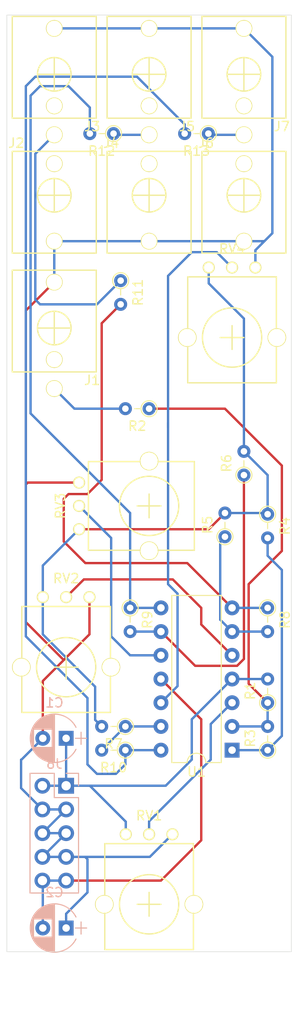
<source format=kicad_pcb>
(kicad_pcb (version 20171130) (host pcbnew "(5.1.6-0)")

  (general
    (thickness 1.6)
    (drawings 8)
    (tracks 157)
    (zones 0)
    (modules 28)
    (nets 28)
  )

  (page A4)
  (layers
    (0 F.Cu signal)
    (31 B.Cu signal)
    (32 B.Adhes user)
    (33 F.Adhes user)
    (34 B.Paste user)
    (35 F.Paste user)
    (36 B.SilkS user)
    (37 F.SilkS user)
    (38 B.Mask user)
    (39 F.Mask user)
    (40 Dwgs.User user)
    (41 Cmts.User user)
    (42 Eco1.User user)
    (43 Eco2.User user)
    (44 Edge.Cuts user)
    (45 Margin user)
    (46 B.CrtYd user)
    (47 F.CrtYd user)
    (48 B.Fab user)
    (49 F.Fab user)
  )

  (setup
    (last_trace_width 0.25)
    (trace_clearance 0.2)
    (zone_clearance 0.508)
    (zone_45_only no)
    (trace_min 0.2)
    (via_size 0.8)
    (via_drill 0.4)
    (via_min_size 0.4)
    (via_min_drill 0.3)
    (uvia_size 0.3)
    (uvia_drill 0.1)
    (uvias_allowed no)
    (uvia_min_size 0.2)
    (uvia_min_drill 0.1)
    (edge_width 0.05)
    (segment_width 0.2)
    (pcb_text_width 0.3)
    (pcb_text_size 1.5 1.5)
    (mod_edge_width 0.12)
    (mod_text_size 1 1)
    (mod_text_width 0.15)
    (pad_size 1.524 1.524)
    (pad_drill 0.762)
    (pad_to_mask_clearance 0.05)
    (aux_axis_origin 0 0)
    (visible_elements FFFFFF7F)
    (pcbplotparams
      (layerselection 0x010fc_ffffffff)
      (usegerberextensions false)
      (usegerberattributes true)
      (usegerberadvancedattributes true)
      (creategerberjobfile true)
      (excludeedgelayer true)
      (linewidth 0.100000)
      (plotframeref false)
      (viasonmask false)
      (mode 1)
      (useauxorigin false)
      (hpglpennumber 1)
      (hpglpenspeed 20)
      (hpglpendiameter 15.000000)
      (psnegative false)
      (psa4output false)
      (plotreference true)
      (plotvalue true)
      (plotinvisibletext false)
      (padsonsilk false)
      (subtractmaskfromsilk false)
      (outputformat 1)
      (mirror false)
      (drillshape 0)
      (scaleselection 1)
      (outputdirectory "Macro Gerbers/"))
  )

  (net 0 "")
  (net 1 +12V)
  (net 2 GND)
  (net 3 -12V)
  (net 4 "Net-(J1-Pad1)")
  (net 5 "Net-(J1-Pad2)")
  (net 6 "Net-(J2-Pad1)")
  (net 7 "Net-(J2-Pad2)")
  (net 8 "Net-(J3-Pad2)")
  (net 9 "Net-(J4-Pad1)")
  (net 10 "Net-(J4-Pad2)")
  (net 11 "Net-(J5-Pad2)")
  (net 12 "Net-(J6-Pad1)")
  (net 13 "Net-(J6-Pad2)")
  (net 14 "Net-(J7-Pad2)")
  (net 15 "Net-(R1-Pad1)")
  (net 16 "Net-(R3-Pad1)")
  (net 17 "Net-(R4-Pad1)")
  (net 18 "Net-(R5-Pad1)")
  (net 19 "Net-(R6-Pad1)")
  (net 20 "Net-(R10-Pad2)")
  (net 21 "Net-(R11-Pad2)")
  (net 22 "Net-(R12-Pad2)")
  (net 23 "Net-(R10-Pad1)")
  (net 24 "Net-(RV1-Pad2)")
  (net 25 "Net-(RV2-Pad2)")
  (net 26 "Net-(RV3-Pad2)")
  (net 27 "Net-(RV4-Pad2)")

  (net_class Default "This is the default net class."
    (clearance 0.2)
    (trace_width 0.25)
    (via_dia 0.8)
    (via_drill 0.4)
    (uvia_dia 0.3)
    (uvia_drill 0.1)
    (add_net +12V)
    (add_net -12V)
    (add_net GND)
    (add_net "Net-(J1-Pad1)")
    (add_net "Net-(J1-Pad2)")
    (add_net "Net-(J2-Pad1)")
    (add_net "Net-(J2-Pad2)")
    (add_net "Net-(J3-Pad2)")
    (add_net "Net-(J4-Pad1)")
    (add_net "Net-(J4-Pad2)")
    (add_net "Net-(J5-Pad2)")
    (add_net "Net-(J6-Pad1)")
    (add_net "Net-(J6-Pad2)")
    (add_net "Net-(J7-Pad2)")
    (add_net "Net-(R1-Pad1)")
    (add_net "Net-(R10-Pad1)")
    (add_net "Net-(R10-Pad2)")
    (add_net "Net-(R11-Pad2)")
    (add_net "Net-(R12-Pad2)")
    (add_net "Net-(R3-Pad1)")
    (add_net "Net-(R4-Pad1)")
    (add_net "Net-(R5-Pad1)")
    (add_net "Net-(R6-Pad1)")
    (add_net "Net-(RV1-Pad2)")
    (add_net "Net-(RV2-Pad2)")
    (add_net "Net-(RV3-Pad2)")
    (add_net "Net-(RV4-Pad2)")
  )

  (module Eurocad:Alpha9mmPot (layer F.Cu) (tedit 57E3FE8C) (tstamp 6387B062)
    (at 73.66 98.806 270)
    (path /638DD7C8)
    (fp_text reference RV3 (at 0 9.5 270) (layer F.SilkS)
      (effects (font (size 1 1) (thickness 0.15)))
    )
    (fp_text value 10k (at 0 -6 270) (layer F.Fab)
      (effects (font (size 1 1) (thickness 0.15)))
    )
    (fp_line (start -1.27 0) (end 1.27 0) (layer F.SilkS) (width 0.15))
    (fp_line (start 0 -1.27) (end 0 1.27) (layer F.SilkS) (width 0.15))
    (fp_circle (center 0 0) (end 3.175 0) (layer F.SilkS) (width 0.15))
    (fp_line (start -4.75 -4.85) (end -4.75 6.5) (layer F.SilkS) (width 0.15))
    (fp_line (start 4.75 -4.85) (end 4.75 6.5) (layer F.SilkS) (width 0.15))
    (fp_line (start -4.75 6.5) (end 4.75 6.5) (layer F.SilkS) (width 0.15))
    (fp_line (start -4.75 -4.85) (end 4.75 -4.85) (layer F.SilkS) (width 0.15))
    (pad "" thru_hole circle (at 4.8 0 270) (size 2 2) (drill 1.8) (layers *.Cu *.Mask F.SilkS))
    (pad "" thru_hole circle (at -4.8 0 270) (size 2 2) (drill 1.8) (layers *.Cu *.Mask F.SilkS))
    (pad 3 thru_hole circle (at 2.5 7.5 270) (size 1.3 1.3) (drill 1) (layers *.Cu *.Mask F.SilkS)
      (net 17 "Net-(R4-Pad1)"))
    (pad 2 thru_hole circle (at 0 7.5 270) (size 1.3 1.3) (drill 1) (layers *.Cu *.Mask F.SilkS)
      (net 26 "Net-(RV3-Pad2)"))
    (pad 1 thru_hole circle (at -2.5 7.5 270) (size 1.3 1.3) (drill 1) (layers *.Cu *.Mask F.SilkS)
      (net 2 GND))
  )

  (module Eurocad:Alpha9mmPot (layer F.Cu) (tedit 57E3FE8C) (tstamp 6387B035)
    (at 82.55 80.772 180)
    (path /638DEC2C)
    (fp_text reference RV4 (at 0 9.5) (layer F.SilkS)
      (effects (font (size 1 1) (thickness 0.15)))
    )
    (fp_text value 10k (at 0 -6) (layer F.Fab)
      (effects (font (size 1 1) (thickness 0.15)))
    )
    (fp_line (start -1.27 0) (end 1.27 0) (layer F.SilkS) (width 0.15))
    (fp_line (start 0 -1.27) (end 0 1.27) (layer F.SilkS) (width 0.15))
    (fp_circle (center 0 0) (end 3.175 0) (layer F.SilkS) (width 0.15))
    (fp_line (start -4.75 -4.85) (end -4.75 6.5) (layer F.SilkS) (width 0.15))
    (fp_line (start 4.75 -4.85) (end 4.75 6.5) (layer F.SilkS) (width 0.15))
    (fp_line (start -4.75 6.5) (end 4.75 6.5) (layer F.SilkS) (width 0.15))
    (fp_line (start -4.75 -4.85) (end 4.75 -4.85) (layer F.SilkS) (width 0.15))
    (pad "" thru_hole circle (at 4.8 0 180) (size 2 2) (drill 1.8) (layers *.Cu *.Mask F.SilkS))
    (pad "" thru_hole circle (at -4.8 0 180) (size 2 2) (drill 1.8) (layers *.Cu *.Mask F.SilkS))
    (pad 3 thru_hole circle (at 2.5 7.5 180) (size 1.3 1.3) (drill 1) (layers *.Cu *.Mask F.SilkS)
      (net 17 "Net-(R4-Pad1)"))
    (pad 2 thru_hole circle (at 0 7.5 180) (size 1.3 1.3) (drill 1) (layers *.Cu *.Mask F.SilkS)
      (net 27 "Net-(RV4-Pad2)"))
    (pad 1 thru_hole circle (at -2.5 7.5 180) (size 1.3 1.3) (drill 1) (layers *.Cu *.Mask F.SilkS)
      (net 2 GND))
  )

  (module Resistors_ThroughHole:R_Axial_DIN0204_L3.6mm_D1.6mm_P2.54mm_Vertical (layer F.Cu) (tedit 5874F706) (tstamp 6387AFA9)
    (at 86.36 99.695 270)
    (descr "Resistor, Axial_DIN0204 series, Axial, Vertical, pin pitch=2.54mm, 0.16666666666666666W = 1/6W, length*diameter=3.6*1.6mm^2, http://cdn-reichelt.de/documents/datenblatt/B400/1_4W%23YAG.pdf")
    (tags "Resistor Axial_DIN0204 series Axial Vertical pin pitch 2.54mm 0.16666666666666666W = 1/6W length 3.6mm diameter 1.6mm")
    (path /638B5D04)
    (fp_text reference R4 (at 1.27 -1.86 270) (layer F.SilkS)
      (effects (font (size 1 1) (thickness 0.15)))
    )
    (fp_text value 100R (at 1.27 1.86 270) (layer F.Fab)
      (effects (font (size 1 1) (thickness 0.15)))
    )
    (fp_line (start 3.55 -1.15) (end -1.15 -1.15) (layer F.CrtYd) (width 0.05))
    (fp_line (start 3.55 1.15) (end 3.55 -1.15) (layer F.CrtYd) (width 0.05))
    (fp_line (start -1.15 1.15) (end 3.55 1.15) (layer F.CrtYd) (width 0.05))
    (fp_line (start -1.15 -1.15) (end -1.15 1.15) (layer F.CrtYd) (width 0.05))
    (fp_line (start 0.86 0) (end 1.54 0) (layer F.SilkS) (width 0.12))
    (fp_line (start 0 0) (end 2.54 0) (layer F.Fab) (width 0.1))
    (fp_circle (center 0 0) (end 0.86 0) (layer F.SilkS) (width 0.12))
    (fp_circle (center 0 0) (end 0.8 0) (layer F.Fab) (width 0.1))
    (pad 1 thru_hole circle (at 0 0 270) (size 1.4 1.4) (drill 0.7) (layers *.Cu *.Mask)
      (net 17 "Net-(R4-Pad1)"))
    (pad 2 thru_hole oval (at 2.54 0 270) (size 1.4 1.4) (drill 0.7) (layers *.Cu *.Mask)
      (net 16 "Net-(R3-Pad1)"))
    (model ${KISYS3DMOD}/Resistors_THT.3dshapes/R_Axial_DIN0204_L3.6mm_D1.6mm_P2.54mm_Vertical.wrl
      (at (xyz 0 0 0))
      (scale (xyz 0.393701 0.393701 0.393701))
      (rotate (xyz 0 0 0))
    )
  )

  (module Resistors_ThroughHole:R_Axial_DIN0204_L3.6mm_D1.6mm_P2.54mm_Vertical (layer F.Cu) (tedit 5874F706) (tstamp 6387AF82)
    (at 83.82 95.504 90)
    (descr "Resistor, Axial_DIN0204 series, Axial, Vertical, pin pitch=2.54mm, 0.16666666666666666W = 1/6W, length*diameter=3.6*1.6mm^2, http://cdn-reichelt.de/documents/datenblatt/B400/1_4W%23YAG.pdf")
    (tags "Resistor Axial_DIN0204 series Axial Vertical pin pitch 2.54mm 0.16666666666666666W = 1/6W length 3.6mm diameter 1.6mm")
    (path /638DD7D8)
    (fp_text reference R6 (at 1.27 -1.86 270) (layer F.SilkS)
      (effects (font (size 1 1) (thickness 0.15)))
    )
    (fp_text value 10k (at 1.27 1.86 270) (layer F.Fab)
      (effects (font (size 1 1) (thickness 0.15)))
    )
    (fp_line (start 3.55 -1.15) (end -1.15 -1.15) (layer F.CrtYd) (width 0.05))
    (fp_line (start 3.55 1.15) (end 3.55 -1.15) (layer F.CrtYd) (width 0.05))
    (fp_line (start -1.15 1.15) (end 3.55 1.15) (layer F.CrtYd) (width 0.05))
    (fp_line (start -1.15 -1.15) (end -1.15 1.15) (layer F.CrtYd) (width 0.05))
    (fp_line (start 0.86 0) (end 1.54 0) (layer F.SilkS) (width 0.12))
    (fp_line (start 0 0) (end 2.54 0) (layer F.Fab) (width 0.1))
    (fp_circle (center 0 0) (end 0.86 0) (layer F.SilkS) (width 0.12))
    (fp_circle (center 0 0) (end 0.8 0) (layer F.Fab) (width 0.1))
    (pad 1 thru_hole circle (at 0 0 90) (size 1.4 1.4) (drill 0.7) (layers *.Cu *.Mask)
      (net 19 "Net-(R6-Pad1)"))
    (pad 2 thru_hole oval (at 2.54 0 90) (size 1.4 1.4) (drill 0.7) (layers *.Cu *.Mask)
      (net 17 "Net-(R4-Pad1)"))
    (model ${KISYS3DMOD}/Resistors_THT.3dshapes/R_Axial_DIN0204_L3.6mm_D1.6mm_P2.54mm_Vertical.wrl
      (at (xyz 0 0 0))
      (scale (xyz 0.393701 0.393701 0.393701))
      (rotate (xyz 0 0 0))
    )
  )

  (module Resistors_ThroughHole:R_Axial_DIN0204_L3.6mm_D1.6mm_P2.54mm_Vertical (layer F.Cu) (tedit 5874F706) (tstamp 6387AF5B)
    (at 71.12 122.428 180)
    (descr "Resistor, Axial_DIN0204 series, Axial, Vertical, pin pitch=2.54mm, 0.16666666666666666W = 1/6W, length*diameter=3.6*1.6mm^2, http://cdn-reichelt.de/documents/datenblatt/B400/1_4W%23YAG.pdf")
    (tags "Resistor Axial_DIN0204 series Axial Vertical pin pitch 2.54mm 0.16666666666666666W = 1/6W length 3.6mm diameter 1.6mm")
    (path /638DEC3C)
    (fp_text reference R7 (at 1.27 -1.86) (layer F.SilkS)
      (effects (font (size 1 1) (thickness 0.15)))
    )
    (fp_text value 10k (at 1.27 1.86) (layer F.Fab)
      (effects (font (size 1 1) (thickness 0.15)))
    )
    (fp_line (start 3.55 -1.15) (end -1.15 -1.15) (layer F.CrtYd) (width 0.05))
    (fp_line (start 3.55 1.15) (end 3.55 -1.15) (layer F.CrtYd) (width 0.05))
    (fp_line (start -1.15 1.15) (end 3.55 1.15) (layer F.CrtYd) (width 0.05))
    (fp_line (start -1.15 -1.15) (end -1.15 1.15) (layer F.CrtYd) (width 0.05))
    (fp_line (start 0.86 0) (end 1.54 0) (layer F.SilkS) (width 0.12))
    (fp_line (start 0 0) (end 2.54 0) (layer F.Fab) (width 0.1))
    (fp_circle (center 0 0) (end 0.86 0) (layer F.SilkS) (width 0.12))
    (fp_circle (center 0 0) (end 0.8 0) (layer F.Fab) (width 0.1))
    (pad 1 thru_hole circle (at 0 0 180) (size 1.4 1.4) (drill 0.7) (layers *.Cu *.Mask)
      (net 20 "Net-(R10-Pad2)"))
    (pad 2 thru_hole oval (at 2.54 0 180) (size 1.4 1.4) (drill 0.7) (layers *.Cu *.Mask)
      (net 17 "Net-(R4-Pad1)"))
    (model ${KISYS3DMOD}/Resistors_THT.3dshapes/R_Axial_DIN0204_L3.6mm_D1.6mm_P2.54mm_Vertical.wrl
      (at (xyz 0 0 0))
      (scale (xyz 0.393701 0.393701 0.393701))
      (rotate (xyz 0 0 0))
    )
  )

  (module Resistors_ThroughHole:R_Axial_DIN0204_L3.6mm_D1.6mm_P2.54mm_Vertical (layer F.Cu) (tedit 5874F706) (tstamp 6387AF34)
    (at 86.36 109.728 270)
    (descr "Resistor, Axial_DIN0204 series, Axial, Vertical, pin pitch=2.54mm, 0.16666666666666666W = 1/6W, length*diameter=3.6*1.6mm^2, http://cdn-reichelt.de/documents/datenblatt/B400/1_4W%23YAG.pdf")
    (tags "Resistor Axial_DIN0204 series Axial Vertical pin pitch 2.54mm 0.16666666666666666W = 1/6W length 3.6mm diameter 1.6mm")
    (path /638E409C)
    (fp_text reference R8 (at 1.27 -1.86 270) (layer F.SilkS)
      (effects (font (size 1 1) (thickness 0.15)))
    )
    (fp_text value 10k (at 1.27 1.86 270) (layer F.Fab)
      (effects (font (size 1 1) (thickness 0.15)))
    )
    (fp_line (start 3.55 -1.15) (end -1.15 -1.15) (layer F.CrtYd) (width 0.05))
    (fp_line (start 3.55 1.15) (end 3.55 -1.15) (layer F.CrtYd) (width 0.05))
    (fp_line (start -1.15 1.15) (end 3.55 1.15) (layer F.CrtYd) (width 0.05))
    (fp_line (start -1.15 -1.15) (end -1.15 1.15) (layer F.CrtYd) (width 0.05))
    (fp_line (start 0.86 0) (end 1.54 0) (layer F.SilkS) (width 0.12))
    (fp_line (start 0 0) (end 2.54 0) (layer F.Fab) (width 0.1))
    (fp_circle (center 0 0) (end 0.86 0) (layer F.SilkS) (width 0.12))
    (fp_circle (center 0 0) (end 0.8 0) (layer F.Fab) (width 0.1))
    (pad 1 thru_hole circle (at 0 0 270) (size 1.4 1.4) (drill 0.7) (layers *.Cu *.Mask)
      (net 21 "Net-(R11-Pad2)"))
    (pad 2 thru_hole oval (at 2.54 0 270) (size 1.4 1.4) (drill 0.7) (layers *.Cu *.Mask)
      (net 18 "Net-(R5-Pad1)"))
    (model ${KISYS3DMOD}/Resistors_THT.3dshapes/R_Axial_DIN0204_L3.6mm_D1.6mm_P2.54mm_Vertical.wrl
      (at (xyz 0 0 0))
      (scale (xyz 0.393701 0.393701 0.393701))
      (rotate (xyz 0 0 0))
    )
  )

  (module Resistors_ThroughHole:R_Axial_DIN0204_L3.6mm_D1.6mm_P2.54mm_Vertical (layer F.Cu) (tedit 5874F706) (tstamp 6387AF0D)
    (at 71.628 109.728 270)
    (descr "Resistor, Axial_DIN0204 series, Axial, Vertical, pin pitch=2.54mm, 0.16666666666666666W = 1/6W, length*diameter=3.6*1.6mm^2, http://cdn-reichelt.de/documents/datenblatt/B400/1_4W%23YAG.pdf")
    (tags "Resistor Axial_DIN0204 series Axial Vertical pin pitch 2.54mm 0.16666666666666666W = 1/6W length 3.6mm diameter 1.6mm")
    (path /638E49E6)
    (fp_text reference R9 (at 1.27 -1.86 270) (layer F.SilkS)
      (effects (font (size 1 1) (thickness 0.15)))
    )
    (fp_text value 10k (at 1.27 1.86 270) (layer F.Fab)
      (effects (font (size 1 1) (thickness 0.15)))
    )
    (fp_line (start 3.55 -1.15) (end -1.15 -1.15) (layer F.CrtYd) (width 0.05))
    (fp_line (start 3.55 1.15) (end 3.55 -1.15) (layer F.CrtYd) (width 0.05))
    (fp_line (start -1.15 1.15) (end 3.55 1.15) (layer F.CrtYd) (width 0.05))
    (fp_line (start -1.15 -1.15) (end -1.15 1.15) (layer F.CrtYd) (width 0.05))
    (fp_line (start 0.86 0) (end 1.54 0) (layer F.SilkS) (width 0.12))
    (fp_line (start 0 0) (end 2.54 0) (layer F.Fab) (width 0.1))
    (fp_circle (center 0 0) (end 0.86 0) (layer F.SilkS) (width 0.12))
    (fp_circle (center 0 0) (end 0.8 0) (layer F.Fab) (width 0.1))
    (pad 1 thru_hole circle (at 0 0 270) (size 1.4 1.4) (drill 0.7) (layers *.Cu *.Mask)
      (net 22 "Net-(R12-Pad2)"))
    (pad 2 thru_hole oval (at 2.54 0 270) (size 1.4 1.4) (drill 0.7) (layers *.Cu *.Mask)
      (net 19 "Net-(R6-Pad1)"))
    (model ${KISYS3DMOD}/Resistors_THT.3dshapes/R_Axial_DIN0204_L3.6mm_D1.6mm_P2.54mm_Vertical.wrl
      (at (xyz 0 0 0))
      (scale (xyz 0.393701 0.393701 0.393701))
      (rotate (xyz 0 0 0))
    )
  )

  (module Resistors_ThroughHole:R_Axial_DIN0204_L3.6mm_D1.6mm_P2.54mm_Vertical (layer F.Cu) (tedit 5874F706) (tstamp 6387AEE6)
    (at 71.12 124.968 180)
    (descr "Resistor, Axial_DIN0204 series, Axial, Vertical, pin pitch=2.54mm, 0.16666666666666666W = 1/6W, length*diameter=3.6*1.6mm^2, http://cdn-reichelt.de/documents/datenblatt/B400/1_4W%23YAG.pdf")
    (tags "Resistor Axial_DIN0204 series Axial Vertical pin pitch 2.54mm 0.16666666666666666W = 1/6W length 3.6mm diameter 1.6mm")
    (path /638E54BB)
    (fp_text reference R10 (at 1.27 -1.86) (layer F.SilkS)
      (effects (font (size 1 1) (thickness 0.15)))
    )
    (fp_text value 10k (at 1.27 1.86) (layer F.Fab)
      (effects (font (size 1 1) (thickness 0.15)))
    )
    (fp_line (start 3.55 -1.15) (end -1.15 -1.15) (layer F.CrtYd) (width 0.05))
    (fp_line (start 3.55 1.15) (end 3.55 -1.15) (layer F.CrtYd) (width 0.05))
    (fp_line (start -1.15 1.15) (end 3.55 1.15) (layer F.CrtYd) (width 0.05))
    (fp_line (start -1.15 -1.15) (end -1.15 1.15) (layer F.CrtYd) (width 0.05))
    (fp_line (start 0.86 0) (end 1.54 0) (layer F.SilkS) (width 0.12))
    (fp_line (start 0 0) (end 2.54 0) (layer F.Fab) (width 0.1))
    (fp_circle (center 0 0) (end 0.86 0) (layer F.SilkS) (width 0.12))
    (fp_circle (center 0 0) (end 0.8 0) (layer F.Fab) (width 0.1))
    (pad 1 thru_hole circle (at 0 0 180) (size 1.4 1.4) (drill 0.7) (layers *.Cu *.Mask)
      (net 23 "Net-(R10-Pad1)"))
    (pad 2 thru_hole oval (at 2.54 0 180) (size 1.4 1.4) (drill 0.7) (layers *.Cu *.Mask)
      (net 20 "Net-(R10-Pad2)"))
    (model ${KISYS3DMOD}/Resistors_THT.3dshapes/R_Axial_DIN0204_L3.6mm_D1.6mm_P2.54mm_Vertical.wrl
      (at (xyz 0 0 0))
      (scale (xyz 0.393701 0.393701 0.393701))
      (rotate (xyz 0 0 0))
    )
  )

  (module Resistors_ThroughHole:R_Axial_DIN0204_L3.6mm_D1.6mm_P2.54mm_Vertical (layer F.Cu) (tedit 5874F706) (tstamp 6387AEBF)
    (at 70.612 74.676 270)
    (descr "Resistor, Axial_DIN0204 series, Axial, Vertical, pin pitch=2.54mm, 0.16666666666666666W = 1/6W, length*diameter=3.6*1.6mm^2, http://cdn-reichelt.de/documents/datenblatt/B400/1_4W%23YAG.pdf")
    (tags "Resistor Axial_DIN0204 series Axial Vertical pin pitch 2.54mm 0.16666666666666666W = 1/6W length 3.6mm diameter 1.6mm")
    (path /638F113F)
    (fp_text reference R11 (at 1.27 -1.86 270) (layer F.SilkS)
      (effects (font (size 1 1) (thickness 0.15)))
    )
    (fp_text value 100R (at 1.27 1.86 270) (layer F.Fab)
      (effects (font (size 1 1) (thickness 0.15)))
    )
    (fp_line (start 3.55 -1.15) (end -1.15 -1.15) (layer F.CrtYd) (width 0.05))
    (fp_line (start 3.55 1.15) (end 3.55 -1.15) (layer F.CrtYd) (width 0.05))
    (fp_line (start -1.15 1.15) (end 3.55 1.15) (layer F.CrtYd) (width 0.05))
    (fp_line (start -1.15 -1.15) (end -1.15 1.15) (layer F.CrtYd) (width 0.05))
    (fp_line (start 0.86 0) (end 1.54 0) (layer F.SilkS) (width 0.12))
    (fp_line (start 0 0) (end 2.54 0) (layer F.Fab) (width 0.1))
    (fp_circle (center 0 0) (end 0.86 0) (layer F.SilkS) (width 0.12))
    (fp_circle (center 0 0) (end 0.8 0) (layer F.Fab) (width 0.1))
    (pad 1 thru_hole circle (at 0 0 270) (size 1.4 1.4) (drill 0.7) (layers *.Cu *.Mask)
      (net 6 "Net-(J2-Pad1)"))
    (pad 2 thru_hole oval (at 2.54 0 270) (size 1.4 1.4) (drill 0.7) (layers *.Cu *.Mask)
      (net 21 "Net-(R11-Pad2)"))
    (model ${KISYS3DMOD}/Resistors_THT.3dshapes/R_Axial_DIN0204_L3.6mm_D1.6mm_P2.54mm_Vertical.wrl
      (at (xyz 0 0 0))
      (scale (xyz 0.393701 0.393701 0.393701))
      (rotate (xyz 0 0 0))
    )
  )

  (module Resistors_ThroughHole:R_Axial_DIN0204_L3.6mm_D1.6mm_P2.54mm_Vertical (layer F.Cu) (tedit 5874F706) (tstamp 6387AE98)
    (at 69.85 58.928 180)
    (descr "Resistor, Axial_DIN0204 series, Axial, Vertical, pin pitch=2.54mm, 0.16666666666666666W = 1/6W, length*diameter=3.6*1.6mm^2, http://cdn-reichelt.de/documents/datenblatt/B400/1_4W%23YAG.pdf")
    (tags "Resistor Axial_DIN0204 series Axial Vertical pin pitch 2.54mm 0.16666666666666666W = 1/6W length 3.6mm diameter 1.6mm")
    (path /638F222F)
    (fp_text reference R12 (at 1.27 -1.86) (layer F.SilkS)
      (effects (font (size 1 1) (thickness 0.15)))
    )
    (fp_text value 100R (at 1.27 1.86) (layer F.Fab)
      (effects (font (size 1 1) (thickness 0.15)))
    )
    (fp_line (start 3.55 -1.15) (end -1.15 -1.15) (layer F.CrtYd) (width 0.05))
    (fp_line (start 3.55 1.15) (end 3.55 -1.15) (layer F.CrtYd) (width 0.05))
    (fp_line (start -1.15 1.15) (end 3.55 1.15) (layer F.CrtYd) (width 0.05))
    (fp_line (start -1.15 -1.15) (end -1.15 1.15) (layer F.CrtYd) (width 0.05))
    (fp_line (start 0.86 0) (end 1.54 0) (layer F.SilkS) (width 0.12))
    (fp_line (start 0 0) (end 2.54 0) (layer F.Fab) (width 0.1))
    (fp_circle (center 0 0) (end 0.86 0) (layer F.SilkS) (width 0.12))
    (fp_circle (center 0 0) (end 0.8 0) (layer F.Fab) (width 0.1))
    (pad 1 thru_hole circle (at 0 0 180) (size 1.4 1.4) (drill 0.7) (layers *.Cu *.Mask)
      (net 9 "Net-(J4-Pad1)"))
    (pad 2 thru_hole oval (at 2.54 0 180) (size 1.4 1.4) (drill 0.7) (layers *.Cu *.Mask)
      (net 22 "Net-(R12-Pad2)"))
    (model ${KISYS3DMOD}/Resistors_THT.3dshapes/R_Axial_DIN0204_L3.6mm_D1.6mm_P2.54mm_Vertical.wrl
      (at (xyz 0 0 0))
      (scale (xyz 0.393701 0.393701 0.393701))
      (rotate (xyz 0 0 0))
    )
  )

  (module Resistors_ThroughHole:R_Axial_DIN0204_L3.6mm_D1.6mm_P2.54mm_Vertical (layer F.Cu) (tedit 5874F706) (tstamp 6387AE71)
    (at 80.01 58.928 180)
    (descr "Resistor, Axial_DIN0204 series, Axial, Vertical, pin pitch=2.54mm, 0.16666666666666666W = 1/6W, length*diameter=3.6*1.6mm^2, http://cdn-reichelt.de/documents/datenblatt/B400/1_4W%23YAG.pdf")
    (tags "Resistor Axial_DIN0204 series Axial Vertical pin pitch 2.54mm 0.16666666666666666W = 1/6W length 3.6mm diameter 1.6mm")
    (path /638F31F9)
    (fp_text reference R13 (at 1.27 -1.86) (layer F.SilkS)
      (effects (font (size 1 1) (thickness 0.15)))
    )
    (fp_text value 100R (at 1.27 1.86) (layer F.Fab)
      (effects (font (size 1 1) (thickness 0.15)))
    )
    (fp_line (start 3.55 -1.15) (end -1.15 -1.15) (layer F.CrtYd) (width 0.05))
    (fp_line (start 3.55 1.15) (end 3.55 -1.15) (layer F.CrtYd) (width 0.05))
    (fp_line (start -1.15 1.15) (end 3.55 1.15) (layer F.CrtYd) (width 0.05))
    (fp_line (start -1.15 -1.15) (end -1.15 1.15) (layer F.CrtYd) (width 0.05))
    (fp_line (start 0.86 0) (end 1.54 0) (layer F.SilkS) (width 0.12))
    (fp_line (start 0 0) (end 2.54 0) (layer F.Fab) (width 0.1))
    (fp_circle (center 0 0) (end 0.86 0) (layer F.SilkS) (width 0.12))
    (fp_circle (center 0 0) (end 0.8 0) (layer F.Fab) (width 0.1))
    (pad 1 thru_hole circle (at 0 0 180) (size 1.4 1.4) (drill 0.7) (layers *.Cu *.Mask)
      (net 12 "Net-(J6-Pad1)"))
    (pad 2 thru_hole oval (at 2.54 0 180) (size 1.4 1.4) (drill 0.7) (layers *.Cu *.Mask)
      (net 23 "Net-(R10-Pad1)"))
    (model ${KISYS3DMOD}/Resistors_THT.3dshapes/R_Axial_DIN0204_L3.6mm_D1.6mm_P2.54mm_Vertical.wrl
      (at (xyz 0 0 0))
      (scale (xyz 0.393701 0.393701 0.393701))
      (rotate (xyz 0 0 0))
    )
  )

  (module Eurocad:Alpha9mmPot (layer F.Cu) (tedit 57E3FE8C) (tstamp 6387AE46)
    (at 73.66 141.478 180)
    (path /638A7731)
    (fp_text reference RV1 (at 0 9.5) (layer F.SilkS)
      (effects (font (size 1 1) (thickness 0.15)))
    )
    (fp_text value 10k (at 0 -6) (layer F.Fab)
      (effects (font (size 1 1) (thickness 0.15)))
    )
    (fp_line (start -1.27 0) (end 1.27 0) (layer F.SilkS) (width 0.15))
    (fp_line (start 0 -1.27) (end 0 1.27) (layer F.SilkS) (width 0.15))
    (fp_circle (center 0 0) (end 3.175 0) (layer F.SilkS) (width 0.15))
    (fp_line (start -4.75 -4.85) (end -4.75 6.5) (layer F.SilkS) (width 0.15))
    (fp_line (start 4.75 -4.85) (end 4.75 6.5) (layer F.SilkS) (width 0.15))
    (fp_line (start -4.75 6.5) (end 4.75 6.5) (layer F.SilkS) (width 0.15))
    (fp_line (start -4.75 -4.85) (end 4.75 -4.85) (layer F.SilkS) (width 0.15))
    (pad "" thru_hole circle (at 4.8 0 180) (size 2 2) (drill 1.8) (layers *.Cu *.Mask F.SilkS))
    (pad "" thru_hole circle (at -4.8 0 180) (size 2 2) (drill 1.8) (layers *.Cu *.Mask F.SilkS))
    (pad 3 thru_hole circle (at 2.5 7.5 180) (size 1.3 1.3) (drill 1) (layers *.Cu *.Mask F.SilkS)
      (net 1 +12V))
    (pad 2 thru_hole circle (at 0 7.5 180) (size 1.3 1.3) (drill 1) (layers *.Cu *.Mask F.SilkS)
      (net 24 "Net-(RV1-Pad2)"))
    (pad 1 thru_hole circle (at -2.5 7.5 180) (size 1.3 1.3) (drill 1) (layers *.Cu *.Mask F.SilkS)
      (net 2 GND))
  )

  (module Eurocad:Alpha9mmPot (layer F.Cu) (tedit 57E3FE8C) (tstamp 6387AE19)
    (at 64.77 116.078 180)
    (path /638DC192)
    (fp_text reference RV2 (at 0 9.5) (layer F.SilkS)
      (effects (font (size 1 1) (thickness 0.15)))
    )
    (fp_text value 10k (at 0 -6) (layer F.Fab)
      (effects (font (size 1 1) (thickness 0.15)))
    )
    (fp_line (start -1.27 0) (end 1.27 0) (layer F.SilkS) (width 0.15))
    (fp_line (start 0 -1.27) (end 0 1.27) (layer F.SilkS) (width 0.15))
    (fp_circle (center 0 0) (end 3.175 0) (layer F.SilkS) (width 0.15))
    (fp_line (start -4.75 -4.85) (end -4.75 6.5) (layer F.SilkS) (width 0.15))
    (fp_line (start 4.75 -4.85) (end 4.75 6.5) (layer F.SilkS) (width 0.15))
    (fp_line (start -4.75 6.5) (end 4.75 6.5) (layer F.SilkS) (width 0.15))
    (fp_line (start -4.75 -4.85) (end 4.75 -4.85) (layer F.SilkS) (width 0.15))
    (pad "" thru_hole circle (at 4.8 0 180) (size 2 2) (drill 1.8) (layers *.Cu *.Mask F.SilkS))
    (pad "" thru_hole circle (at -4.8 0 180) (size 2 2) (drill 1.8) (layers *.Cu *.Mask F.SilkS))
    (pad 3 thru_hole circle (at 2.5 7.5 180) (size 1.3 1.3) (drill 1) (layers *.Cu *.Mask F.SilkS)
      (net 17 "Net-(R4-Pad1)"))
    (pad 2 thru_hole circle (at 0 7.5 180) (size 1.3 1.3) (drill 1) (layers *.Cu *.Mask F.SilkS)
      (net 25 "Net-(RV2-Pad2)"))
    (pad 1 thru_hole circle (at -2.5 7.5 180) (size 1.3 1.3) (drill 1) (layers *.Cu *.Mask F.SilkS)
      (net 2 GND))
  )

  (module Resistors_ThroughHole:R_Axial_DIN0204_L3.6mm_D1.6mm_P2.54mm_Vertical (layer F.Cu) (tedit 5874F706) (tstamp 6387ADF0)
    (at 81.788 102.108 90)
    (descr "Resistor, Axial_DIN0204 series, Axial, Vertical, pin pitch=2.54mm, 0.16666666666666666W = 1/6W, length*diameter=3.6*1.6mm^2, http://cdn-reichelt.de/documents/datenblatt/B400/1_4W%23YAG.pdf")
    (tags "Resistor Axial_DIN0204 series Axial Vertical pin pitch 2.54mm 0.16666666666666666W = 1/6W length 3.6mm diameter 1.6mm")
    (path /638DC1A2)
    (fp_text reference R5 (at 1.27 -1.86 270) (layer F.SilkS)
      (effects (font (size 1 1) (thickness 0.15)))
    )
    (fp_text value 10k (at 1.27 1.86 270) (layer F.Fab)
      (effects (font (size 1 1) (thickness 0.15)))
    )
    (fp_line (start 3.55 -1.15) (end -1.15 -1.15) (layer F.CrtYd) (width 0.05))
    (fp_line (start 3.55 1.15) (end 3.55 -1.15) (layer F.CrtYd) (width 0.05))
    (fp_line (start -1.15 1.15) (end 3.55 1.15) (layer F.CrtYd) (width 0.05))
    (fp_line (start -1.15 -1.15) (end -1.15 1.15) (layer F.CrtYd) (width 0.05))
    (fp_line (start 0.86 0) (end 1.54 0) (layer F.SilkS) (width 0.12))
    (fp_line (start 0 0) (end 2.54 0) (layer F.Fab) (width 0.1))
    (fp_circle (center 0 0) (end 0.86 0) (layer F.SilkS) (width 0.12))
    (fp_circle (center 0 0) (end 0.8 0) (layer F.Fab) (width 0.1))
    (pad 1 thru_hole circle (at 0 0 90) (size 1.4 1.4) (drill 0.7) (layers *.Cu *.Mask)
      (net 18 "Net-(R5-Pad1)"))
    (pad 2 thru_hole oval (at 2.54 0 90) (size 1.4 1.4) (drill 0.7) (layers *.Cu *.Mask)
      (net 17 "Net-(R4-Pad1)"))
    (model ${KISYS3DMOD}/Resistors_THT.3dshapes/R_Axial_DIN0204_L3.6mm_D1.6mm_P2.54mm_Vertical.wrl
      (at (xyz 0 0 0))
      (scale (xyz 0.393701 0.393701 0.393701))
      (rotate (xyz 0 0 0))
    )
  )

  (module Resistors_ThroughHole:R_Axial_DIN0204_L3.6mm_D1.6mm_P2.54mm_Vertical (layer F.Cu) (tedit 5874F706) (tstamp 6387ADC9)
    (at 73.66 88.392 180)
    (descr "Resistor, Axial_DIN0204 series, Axial, Vertical, pin pitch=2.54mm, 0.16666666666666666W = 1/6W, length*diameter=3.6*1.6mm^2, http://cdn-reichelt.de/documents/datenblatt/B400/1_4W%23YAG.pdf")
    (tags "Resistor Axial_DIN0204 series Axial Vertical pin pitch 2.54mm 0.16666666666666666W = 1/6W length 3.6mm diameter 1.6mm")
    (path /63959668)
    (fp_text reference R2 (at 1.27 -1.86) (layer F.SilkS)
      (effects (font (size 1 1) (thickness 0.15)))
    )
    (fp_text value 100k (at 1.27 1.86) (layer F.Fab)
      (effects (font (size 1 1) (thickness 0.15)))
    )
    (fp_line (start 3.55 -1.15) (end -1.15 -1.15) (layer F.CrtYd) (width 0.05))
    (fp_line (start 3.55 1.15) (end 3.55 -1.15) (layer F.CrtYd) (width 0.05))
    (fp_line (start -1.15 1.15) (end 3.55 1.15) (layer F.CrtYd) (width 0.05))
    (fp_line (start -1.15 -1.15) (end -1.15 1.15) (layer F.CrtYd) (width 0.05))
    (fp_line (start 0.86 0) (end 1.54 0) (layer F.SilkS) (width 0.12))
    (fp_line (start 0 0) (end 2.54 0) (layer F.Fab) (width 0.1))
    (fp_circle (center 0 0) (end 0.86 0) (layer F.SilkS) (width 0.12))
    (fp_circle (center 0 0) (end 0.8 0) (layer F.Fab) (width 0.1))
    (pad 1 thru_hole circle (at 0 0 180) (size 1.4 1.4) (drill 0.7) (layers *.Cu *.Mask)
      (net 15 "Net-(R1-Pad1)"))
    (pad 2 thru_hole oval (at 2.54 0 180) (size 1.4 1.4) (drill 0.7) (layers *.Cu *.Mask)
      (net 4 "Net-(J1-Pad1)"))
    (model ${KISYS3DMOD}/Resistors_THT.3dshapes/R_Axial_DIN0204_L3.6mm_D1.6mm_P2.54mm_Vertical.wrl
      (at (xyz 0 0 0))
      (scale (xyz 0.393701 0.393701 0.393701))
      (rotate (xyz 0 0 0))
    )
  )

  (module Resistors_ThroughHole:R_Axial_DIN0204_L3.6mm_D1.6mm_P2.54mm_Vertical (layer F.Cu) (tedit 5874F706) (tstamp 6387ADA2)
    (at 86.36 124.968 90)
    (descr "Resistor, Axial_DIN0204 series, Axial, Vertical, pin pitch=2.54mm, 0.16666666666666666W = 1/6W, length*diameter=3.6*1.6mm^2, http://cdn-reichelt.de/documents/datenblatt/B400/1_4W%23YAG.pdf")
    (tags "Resistor Axial_DIN0204 series Axial Vertical pin pitch 2.54mm 0.16666666666666666W = 1/6W length 3.6mm diameter 1.6mm")
    (path /638B520B)
    (fp_text reference R3 (at 1.27 -1.86 270) (layer F.SilkS)
      (effects (font (size 1 1) (thickness 0.15)))
    )
    (fp_text value 10k (at 1.27 1.86 270) (layer F.Fab)
      (effects (font (size 1 1) (thickness 0.15)))
    )
    (fp_line (start 3.55 -1.15) (end -1.15 -1.15) (layer F.CrtYd) (width 0.05))
    (fp_line (start 3.55 1.15) (end 3.55 -1.15) (layer F.CrtYd) (width 0.05))
    (fp_line (start -1.15 1.15) (end 3.55 1.15) (layer F.CrtYd) (width 0.05))
    (fp_line (start -1.15 -1.15) (end -1.15 1.15) (layer F.CrtYd) (width 0.05))
    (fp_line (start 0.86 0) (end 1.54 0) (layer F.SilkS) (width 0.12))
    (fp_line (start 0 0) (end 2.54 0) (layer F.Fab) (width 0.1))
    (fp_circle (center 0 0) (end 0.86 0) (layer F.SilkS) (width 0.12))
    (fp_circle (center 0 0) (end 0.8 0) (layer F.Fab) (width 0.1))
    (pad 1 thru_hole circle (at 0 0 90) (size 1.4 1.4) (drill 0.7) (layers *.Cu *.Mask)
      (net 16 "Net-(R3-Pad1)"))
    (pad 2 thru_hole oval (at 2.54 0 90) (size 1.4 1.4) (drill 0.7) (layers *.Cu *.Mask)
      (net 15 "Net-(R1-Pad1)"))
    (model ${KISYS3DMOD}/Resistors_THT.3dshapes/R_Axial_DIN0204_L3.6mm_D1.6mm_P2.54mm_Vertical.wrl
      (at (xyz 0 0 0))
      (scale (xyz 0.393701 0.393701 0.393701))
      (rotate (xyz 0 0 0))
    )
  )

  (module Eurocad:PJ301M-12 (layer F.Cu) (tedit 5819F691) (tstamp 6387AD7B)
    (at 63.5 52.578)
    (path /63912E80)
    (fp_text reference J3 (at 4.064 5.588) (layer F.SilkS)
      (effects (font (size 1 1) (thickness 0.15)))
    )
    (fp_text value out4 (at 0 -7.112) (layer F.Fab)
      (effects (font (size 1 1) (thickness 0.15)))
    )
    (fp_line (start -1.8 0) (end 1.8 0) (layer F.SilkS) (width 0.15))
    (fp_line (start 0 -1.8) (end 0 1.8) (layer F.SilkS) (width 0.15))
    (fp_circle (center 0 0) (end 1.8 0) (layer F.SilkS) (width 0.15))
    (fp_line (start 4.5 -6.2) (end 4.5 4.7) (layer F.SilkS) (width 0.15))
    (fp_line (start -4.5 -6.2) (end -4.5 4.7) (layer F.SilkS) (width 0.15))
    (fp_line (start -4.5 4.7) (end 4.5 4.7) (layer F.SilkS) (width 0.15))
    (fp_line (start -4.5 -6.2) (end 4.5 -6.2) (layer F.SilkS) (width 0.15))
    (pad 3 thru_hole circle (at 0 -4.92) (size 1.8 1.8) (drill 1.6) (layers *.Cu *.Mask F.SilkS)
      (net 2 GND))
    (pad 1 thru_hole circle (at 0 6.48) (size 1.8 1.8) (drill 1.6) (layers *.Cu *.Mask F.SilkS)
      (net 6 "Net-(J2-Pad1)"))
    (pad 2 thru_hole circle (at 0 3.38) (size 1.8 1.8) (drill 1.6) (layers *.Cu *.Mask F.SilkS)
      (net 8 "Net-(J3-Pad2)"))
  )

  (module Eurocad:PJ301M-12 (layer F.Cu) (tedit 5819F691) (tstamp 6387AD54)
    (at 73.66 65.532 180)
    (path /63910014)
    (fp_text reference J4 (at 4.064 5.588) (layer F.SilkS)
      (effects (font (size 1 1) (thickness 0.15)))
    )
    (fp_text value out2 (at 0 -7.112) (layer F.Fab)
      (effects (font (size 1 1) (thickness 0.15)))
    )
    (fp_line (start -1.8 0) (end 1.8 0) (layer F.SilkS) (width 0.15))
    (fp_line (start 0 -1.8) (end 0 1.8) (layer F.SilkS) (width 0.15))
    (fp_circle (center 0 0) (end 1.8 0) (layer F.SilkS) (width 0.15))
    (fp_line (start 4.5 -6.2) (end 4.5 4.7) (layer F.SilkS) (width 0.15))
    (fp_line (start -4.5 -6.2) (end -4.5 4.7) (layer F.SilkS) (width 0.15))
    (fp_line (start -4.5 4.7) (end 4.5 4.7) (layer F.SilkS) (width 0.15))
    (fp_line (start -4.5 -6.2) (end 4.5 -6.2) (layer F.SilkS) (width 0.15))
    (pad 3 thru_hole circle (at 0 -4.92 180) (size 1.8 1.8) (drill 1.6) (layers *.Cu *.Mask F.SilkS)
      (net 2 GND))
    (pad 1 thru_hole circle (at 0 6.48 180) (size 1.8 1.8) (drill 1.6) (layers *.Cu *.Mask F.SilkS)
      (net 9 "Net-(J4-Pad1)"))
    (pad 2 thru_hole circle (at 0 3.38 180) (size 1.8 1.8) (drill 1.6) (layers *.Cu *.Mask F.SilkS)
      (net 10 "Net-(J4-Pad2)"))
  )

  (module Eurocad:PJ301M-12 (layer F.Cu) (tedit 5819F691) (tstamp 6387AD2D)
    (at 73.66 52.578)
    (path /639163A5)
    (fp_text reference J5 (at 4.064 5.588) (layer F.SilkS)
      (effects (font (size 1 1) (thickness 0.15)))
    )
    (fp_text value 0ut5 (at 0 -7.112) (layer F.Fab)
      (effects (font (size 1 1) (thickness 0.15)))
    )
    (fp_line (start -1.8 0) (end 1.8 0) (layer F.SilkS) (width 0.15))
    (fp_line (start 0 -1.8) (end 0 1.8) (layer F.SilkS) (width 0.15))
    (fp_circle (center 0 0) (end 1.8 0) (layer F.SilkS) (width 0.15))
    (fp_line (start 4.5 -6.2) (end 4.5 4.7) (layer F.SilkS) (width 0.15))
    (fp_line (start -4.5 -6.2) (end -4.5 4.7) (layer F.SilkS) (width 0.15))
    (fp_line (start -4.5 4.7) (end 4.5 4.7) (layer F.SilkS) (width 0.15))
    (fp_line (start -4.5 -6.2) (end 4.5 -6.2) (layer F.SilkS) (width 0.15))
    (pad 3 thru_hole circle (at 0 -4.92) (size 1.8 1.8) (drill 1.6) (layers *.Cu *.Mask F.SilkS)
      (net 2 GND))
    (pad 1 thru_hole circle (at 0 6.48) (size 1.8 1.8) (drill 1.6) (layers *.Cu *.Mask F.SilkS)
      (net 9 "Net-(J4-Pad1)"))
    (pad 2 thru_hole circle (at 0 3.38) (size 1.8 1.8) (drill 1.6) (layers *.Cu *.Mask F.SilkS)
      (net 11 "Net-(J5-Pad2)"))
  )

  (module Eurocad:PJ301M-12 (layer F.Cu) (tedit 5819F691) (tstamp 6387AD06)
    (at 83.82 65.532 180)
    (path /63911A8D)
    (fp_text reference J6 (at 4.064 5.588) (layer F.SilkS)
      (effects (font (size 1 1) (thickness 0.15)))
    )
    (fp_text value out3 (at 0 -7.112) (layer F.Fab)
      (effects (font (size 1 1) (thickness 0.15)))
    )
    (fp_line (start -1.8 0) (end 1.8 0) (layer F.SilkS) (width 0.15))
    (fp_line (start 0 -1.8) (end 0 1.8) (layer F.SilkS) (width 0.15))
    (fp_circle (center 0 0) (end 1.8 0) (layer F.SilkS) (width 0.15))
    (fp_line (start 4.5 -6.2) (end 4.5 4.7) (layer F.SilkS) (width 0.15))
    (fp_line (start -4.5 -6.2) (end -4.5 4.7) (layer F.SilkS) (width 0.15))
    (fp_line (start -4.5 4.7) (end 4.5 4.7) (layer F.SilkS) (width 0.15))
    (fp_line (start -4.5 -6.2) (end 4.5 -6.2) (layer F.SilkS) (width 0.15))
    (pad 3 thru_hole circle (at 0 -4.92 180) (size 1.8 1.8) (drill 1.6) (layers *.Cu *.Mask F.SilkS)
      (net 2 GND))
    (pad 1 thru_hole circle (at 0 6.48 180) (size 1.8 1.8) (drill 1.6) (layers *.Cu *.Mask F.SilkS)
      (net 12 "Net-(J6-Pad1)"))
    (pad 2 thru_hole circle (at 0 3.38 180) (size 1.8 1.8) (drill 1.6) (layers *.Cu *.Mask F.SilkS)
      (net 13 "Net-(J6-Pad2)"))
  )

  (module Eurocad:PJ301M-12 (layer F.Cu) (tedit 5819F691) (tstamp 6387ACDF)
    (at 83.82 52.578)
    (path /63918815)
    (fp_text reference J7 (at 4.064 5.588) (layer F.SilkS)
      (effects (font (size 1 1) (thickness 0.15)))
    )
    (fp_text value out6 (at 0 -7.112) (layer F.Fab)
      (effects (font (size 1 1) (thickness 0.15)))
    )
    (fp_line (start -1.8 0) (end 1.8 0) (layer F.SilkS) (width 0.15))
    (fp_line (start 0 -1.8) (end 0 1.8) (layer F.SilkS) (width 0.15))
    (fp_circle (center 0 0) (end 1.8 0) (layer F.SilkS) (width 0.15))
    (fp_line (start 4.5 -6.2) (end 4.5 4.7) (layer F.SilkS) (width 0.15))
    (fp_line (start -4.5 -6.2) (end -4.5 4.7) (layer F.SilkS) (width 0.15))
    (fp_line (start -4.5 4.7) (end 4.5 4.7) (layer F.SilkS) (width 0.15))
    (fp_line (start -4.5 -6.2) (end 4.5 -6.2) (layer F.SilkS) (width 0.15))
    (pad 3 thru_hole circle (at 0 -4.92) (size 1.8 1.8) (drill 1.6) (layers *.Cu *.Mask F.SilkS)
      (net 2 GND))
    (pad 1 thru_hole circle (at 0 6.48) (size 1.8 1.8) (drill 1.6) (layers *.Cu *.Mask F.SilkS)
      (net 12 "Net-(J6-Pad1)"))
    (pad 2 thru_hole circle (at 0 3.38) (size 1.8 1.8) (drill 1.6) (layers *.Cu *.Mask F.SilkS)
      (net 14 "Net-(J7-Pad2)"))
  )

  (module Pin_Headers:Pin_Header_Straight_2x05_Pitch2.54mm (layer B.Cu) (tedit 59650532) (tstamp 6387AC94)
    (at 64.77 128.778 180)
    (descr "Through hole straight pin header, 2x05, 2.54mm pitch, double rows")
    (tags "Through hole pin header THT 2x05 2.54mm double row")
    (path /6390D318)
    (fp_text reference J8 (at 1.27 2.33) (layer B.SilkS)
      (effects (font (size 1 1) (thickness 0.15)) (justify mirror))
    )
    (fp_text value EURO_PWR_2x5 (at 1.27 -12.49) (layer B.Fab)
      (effects (font (size 1 1) (thickness 0.15)) (justify mirror))
    )
    (fp_line (start 4.35 1.8) (end -1.8 1.8) (layer B.CrtYd) (width 0.05))
    (fp_line (start 4.35 -11.95) (end 4.35 1.8) (layer B.CrtYd) (width 0.05))
    (fp_line (start -1.8 -11.95) (end 4.35 -11.95) (layer B.CrtYd) (width 0.05))
    (fp_line (start -1.8 1.8) (end -1.8 -11.95) (layer B.CrtYd) (width 0.05))
    (fp_line (start -1.33 1.33) (end 0 1.33) (layer B.SilkS) (width 0.12))
    (fp_line (start -1.33 0) (end -1.33 1.33) (layer B.SilkS) (width 0.12))
    (fp_line (start 1.27 1.33) (end 3.87 1.33) (layer B.SilkS) (width 0.12))
    (fp_line (start 1.27 -1.27) (end 1.27 1.33) (layer B.SilkS) (width 0.12))
    (fp_line (start -1.33 -1.27) (end 1.27 -1.27) (layer B.SilkS) (width 0.12))
    (fp_line (start 3.87 1.33) (end 3.87 -11.49) (layer B.SilkS) (width 0.12))
    (fp_line (start -1.33 -1.27) (end -1.33 -11.49) (layer B.SilkS) (width 0.12))
    (fp_line (start -1.33 -11.49) (end 3.87 -11.49) (layer B.SilkS) (width 0.12))
    (fp_line (start -1.27 0) (end 0 1.27) (layer B.Fab) (width 0.1))
    (fp_line (start -1.27 -11.43) (end -1.27 0) (layer B.Fab) (width 0.1))
    (fp_line (start 3.81 -11.43) (end -1.27 -11.43) (layer B.Fab) (width 0.1))
    (fp_line (start 3.81 1.27) (end 3.81 -11.43) (layer B.Fab) (width 0.1))
    (fp_line (start 0 1.27) (end 3.81 1.27) (layer B.Fab) (width 0.1))
    (fp_text user %R (at 1.27 -5.08 270) (layer B.Fab)
      (effects (font (size 1 1) (thickness 0.15)) (justify mirror))
    )
    (pad 1 thru_hole rect (at 0 0 180) (size 1.7 1.7) (drill 1) (layers *.Cu *.Mask)
      (net 1 +12V))
    (pad 2 thru_hole oval (at 2.54 0 180) (size 1.7 1.7) (drill 1) (layers *.Cu *.Mask)
      (net 1 +12V))
    (pad 3 thru_hole oval (at 0 -2.54 180) (size 1.7 1.7) (drill 1) (layers *.Cu *.Mask)
      (net 2 GND))
    (pad 4 thru_hole oval (at 2.54 -2.54 180) (size 1.7 1.7) (drill 1) (layers *.Cu *.Mask)
      (net 2 GND))
    (pad 5 thru_hole oval (at 0 -5.08 180) (size 1.7 1.7) (drill 1) (layers *.Cu *.Mask)
      (net 2 GND))
    (pad 6 thru_hole oval (at 2.54 -5.08 180) (size 1.7 1.7) (drill 1) (layers *.Cu *.Mask)
      (net 2 GND))
    (pad 7 thru_hole oval (at 0 -7.62 180) (size 1.7 1.7) (drill 1) (layers *.Cu *.Mask)
      (net 2 GND))
    (pad 8 thru_hole oval (at 2.54 -7.62 180) (size 1.7 1.7) (drill 1) (layers *.Cu *.Mask)
      (net 2 GND))
    (pad 9 thru_hole oval (at 0 -10.16 180) (size 1.7 1.7) (drill 1) (layers *.Cu *.Mask)
      (net 3 -12V))
    (pad 10 thru_hole oval (at 2.54 -10.16 180) (size 1.7 1.7) (drill 1) (layers *.Cu *.Mask)
      (net 3 -12V))
    (model ${KISYS3DMOD}/Pin_Headers.3dshapes/Pin_Header_Straight_2x05_Pitch2.54mm.wrl
      (at (xyz 0 0 0))
      (scale (xyz 1 1 1))
      (rotate (xyz 0 0 0))
    )
  )

  (module Resistors_ThroughHole:R_Axial_DIN0204_L3.6mm_D1.6mm_P2.54mm_Vertical (layer F.Cu) (tedit 5874F706) (tstamp 6387AC5B)
    (at 86.36 119.888 90)
    (descr "Resistor, Axial_DIN0204 series, Axial, Vertical, pin pitch=2.54mm, 0.16666666666666666W = 1/6W, length*diameter=3.6*1.6mm^2, http://cdn-reichelt.de/documents/datenblatt/B400/1_4W%23YAG.pdf")
    (tags "Resistor Axial_DIN0204 series Axial Vertical pin pitch 2.54mm 0.16666666666666666W = 1/6W length 3.6mm diameter 1.6mm")
    (path /638B3CC0)
    (fp_text reference R1 (at 1.27 -1.86 270) (layer F.SilkS)
      (effects (font (size 1 1) (thickness 0.15)))
    )
    (fp_text value 10k (at 1.27 1.86 270) (layer F.Fab)
      (effects (font (size 1 1) (thickness 0.15)))
    )
    (fp_line (start 3.55 -1.15) (end -1.15 -1.15) (layer F.CrtYd) (width 0.05))
    (fp_line (start 3.55 1.15) (end 3.55 -1.15) (layer F.CrtYd) (width 0.05))
    (fp_line (start -1.15 1.15) (end 3.55 1.15) (layer F.CrtYd) (width 0.05))
    (fp_line (start -1.15 -1.15) (end -1.15 1.15) (layer F.CrtYd) (width 0.05))
    (fp_line (start 0.86 0) (end 1.54 0) (layer F.SilkS) (width 0.12))
    (fp_line (start 0 0) (end 2.54 0) (layer F.Fab) (width 0.1))
    (fp_circle (center 0 0) (end 0.86 0) (layer F.SilkS) (width 0.12))
    (fp_circle (center 0 0) (end 0.8 0) (layer F.Fab) (width 0.1))
    (pad 1 thru_hole circle (at 0 0 90) (size 1.4 1.4) (drill 0.7) (layers *.Cu *.Mask)
      (net 15 "Net-(R1-Pad1)"))
    (pad 2 thru_hole oval (at 2.54 0 90) (size 1.4 1.4) (drill 0.7) (layers *.Cu *.Mask)
      (net 1 +12V))
    (model ${KISYS3DMOD}/Resistors_THT.3dshapes/R_Axial_DIN0204_L3.6mm_D1.6mm_P2.54mm_Vertical.wrl
      (at (xyz 0 0 0))
      (scale (xyz 0.393701 0.393701 0.393701))
      (rotate (xyz 0 0 0))
    )
  )

  (module Eurocad:PJ301M-12 (layer F.Cu) (tedit 5819F691) (tstamp 6387AC34)
    (at 63.5 79.756)
    (path /63948734)
    (fp_text reference J1 (at 4.064 5.588) (layer F.SilkS)
      (effects (font (size 1 1) (thickness 0.15)))
    )
    (fp_text value CV (at 0 -7.112) (layer F.Fab)
      (effects (font (size 1 1) (thickness 0.15)))
    )
    (fp_line (start -1.8 0) (end 1.8 0) (layer F.SilkS) (width 0.15))
    (fp_line (start 0 -1.8) (end 0 1.8) (layer F.SilkS) (width 0.15))
    (fp_circle (center 0 0) (end 1.8 0) (layer F.SilkS) (width 0.15))
    (fp_line (start 4.5 -6.2) (end 4.5 4.7) (layer F.SilkS) (width 0.15))
    (fp_line (start -4.5 -6.2) (end -4.5 4.7) (layer F.SilkS) (width 0.15))
    (fp_line (start -4.5 4.7) (end 4.5 4.7) (layer F.SilkS) (width 0.15))
    (fp_line (start -4.5 -6.2) (end 4.5 -6.2) (layer F.SilkS) (width 0.15))
    (pad 3 thru_hole circle (at 0 -4.92) (size 1.8 1.8) (drill 1.6) (layers *.Cu *.Mask F.SilkS)
      (net 2 GND))
    (pad 1 thru_hole circle (at 0 6.48) (size 1.8 1.8) (drill 1.6) (layers *.Cu *.Mask F.SilkS)
      (net 4 "Net-(J1-Pad1)"))
    (pad 2 thru_hole circle (at 0 3.38) (size 1.8 1.8) (drill 1.6) (layers *.Cu *.Mask F.SilkS)
      (net 5 "Net-(J1-Pad2)"))
  )

  (module Eurocad:PJ301M-12 (layer F.Cu) (tedit 5819F691) (tstamp 6387AC0D)
    (at 63.5 65.532 180)
    (path /6390E65E)
    (fp_text reference J2 (at 4.064 5.588) (layer F.SilkS)
      (effects (font (size 1 1) (thickness 0.15)))
    )
    (fp_text value out1 (at 0 -7.112) (layer F.Fab)
      (effects (font (size 1 1) (thickness 0.15)))
    )
    (fp_line (start -1.8 0) (end 1.8 0) (layer F.SilkS) (width 0.15))
    (fp_line (start 0 -1.8) (end 0 1.8) (layer F.SilkS) (width 0.15))
    (fp_circle (center 0 0) (end 1.8 0) (layer F.SilkS) (width 0.15))
    (fp_line (start 4.5 -6.2) (end 4.5 4.7) (layer F.SilkS) (width 0.15))
    (fp_line (start -4.5 -6.2) (end -4.5 4.7) (layer F.SilkS) (width 0.15))
    (fp_line (start -4.5 4.7) (end 4.5 4.7) (layer F.SilkS) (width 0.15))
    (fp_line (start -4.5 -6.2) (end 4.5 -6.2) (layer F.SilkS) (width 0.15))
    (pad 3 thru_hole circle (at 0 -4.92 180) (size 1.8 1.8) (drill 1.6) (layers *.Cu *.Mask F.SilkS)
      (net 2 GND))
    (pad 1 thru_hole circle (at 0 6.48 180) (size 1.8 1.8) (drill 1.6) (layers *.Cu *.Mask F.SilkS)
      (net 6 "Net-(J2-Pad1)"))
    (pad 2 thru_hole circle (at 0 3.38 180) (size 1.8 1.8) (drill 1.6) (layers *.Cu *.Mask F.SilkS)
      (net 7 "Net-(J2-Pad2)"))
  )

  (module Capacitors_ThroughHole:CP_Radial_D5.0mm_P2.50mm (layer B.Cu) (tedit 597BC7C2) (tstamp 6387AAF8)
    (at 64.77 144.018 180)
    (descr "CP, Radial series, Radial, pin pitch=2.50mm, , diameter=5mm, Electrolytic Capacitor")
    (tags "CP Radial series Radial pin pitch 2.50mm  diameter 5mm Electrolytic Capacitor")
    (path /639F4870)
    (fp_text reference C2 (at 1.25 3.81) (layer B.SilkS)
      (effects (font (size 1 1) (thickness 0.15)) (justify mirror))
    )
    (fp_text value 100u (at 1.25 -3.81) (layer B.Fab)
      (effects (font (size 1 1) (thickness 0.15)) (justify mirror))
    )
    (fp_line (start 4.1 2.85) (end -1.6 2.85) (layer B.CrtYd) (width 0.05))
    (fp_line (start 4.1 -2.85) (end 4.1 2.85) (layer B.CrtYd) (width 0.05))
    (fp_line (start -1.6 -2.85) (end 4.1 -2.85) (layer B.CrtYd) (width 0.05))
    (fp_line (start -1.6 2.85) (end -1.6 -2.85) (layer B.CrtYd) (width 0.05))
    (fp_line (start -1.6 0.65) (end -1.6 -0.65) (layer B.SilkS) (width 0.12))
    (fp_line (start -2.2 0) (end -1 0) (layer B.SilkS) (width 0.12))
    (fp_line (start 3.811 0.354) (end 3.811 -0.354) (layer B.SilkS) (width 0.12))
    (fp_line (start 3.771 0.559) (end 3.771 -0.559) (layer B.SilkS) (width 0.12))
    (fp_line (start 3.731 0.707) (end 3.731 -0.707) (layer B.SilkS) (width 0.12))
    (fp_line (start 3.691 0.829) (end 3.691 -0.829) (layer B.SilkS) (width 0.12))
    (fp_line (start 3.651 0.934) (end 3.651 -0.934) (layer B.SilkS) (width 0.12))
    (fp_line (start 3.611 1.028) (end 3.611 -1.028) (layer B.SilkS) (width 0.12))
    (fp_line (start 3.571 1.112) (end 3.571 -1.112) (layer B.SilkS) (width 0.12))
    (fp_line (start 3.531 1.189) (end 3.531 -1.189) (layer B.SilkS) (width 0.12))
    (fp_line (start 3.491 1.261) (end 3.491 -1.261) (layer B.SilkS) (width 0.12))
    (fp_line (start 3.451 -0.98) (end 3.451 -1.327) (layer B.SilkS) (width 0.12))
    (fp_line (start 3.451 1.327) (end 3.451 0.98) (layer B.SilkS) (width 0.12))
    (fp_line (start 3.411 -0.98) (end 3.411 -1.39) (layer B.SilkS) (width 0.12))
    (fp_line (start 3.411 1.39) (end 3.411 0.98) (layer B.SilkS) (width 0.12))
    (fp_line (start 3.371 -0.98) (end 3.371 -1.448) (layer B.SilkS) (width 0.12))
    (fp_line (start 3.371 1.448) (end 3.371 0.98) (layer B.SilkS) (width 0.12))
    (fp_line (start 3.331 -0.98) (end 3.331 -1.504) (layer B.SilkS) (width 0.12))
    (fp_line (start 3.331 1.504) (end 3.331 0.98) (layer B.SilkS) (width 0.12))
    (fp_line (start 3.291 -0.98) (end 3.291 -1.556) (layer B.SilkS) (width 0.12))
    (fp_line (start 3.291 1.556) (end 3.291 0.98) (layer B.SilkS) (width 0.12))
    (fp_line (start 3.251 -0.98) (end 3.251 -1.606) (layer B.SilkS) (width 0.12))
    (fp_line (start 3.251 1.606) (end 3.251 0.98) (layer B.SilkS) (width 0.12))
    (fp_line (start 3.211 -0.98) (end 3.211 -1.654) (layer B.SilkS) (width 0.12))
    (fp_line (start 3.211 1.654) (end 3.211 0.98) (layer B.SilkS) (width 0.12))
    (fp_line (start 3.171 -0.98) (end 3.171 -1.699) (layer B.SilkS) (width 0.12))
    (fp_line (start 3.171 1.699) (end 3.171 0.98) (layer B.SilkS) (width 0.12))
    (fp_line (start 3.131 -0.98) (end 3.131 -1.742) (layer B.SilkS) (width 0.12))
    (fp_line (start 3.131 1.742) (end 3.131 0.98) (layer B.SilkS) (width 0.12))
    (fp_line (start 3.091 -0.98) (end 3.091 -1.783) (layer B.SilkS) (width 0.12))
    (fp_line (start 3.091 1.783) (end 3.091 0.98) (layer B.SilkS) (width 0.12))
    (fp_line (start 3.051 -0.98) (end 3.051 -1.823) (layer B.SilkS) (width 0.12))
    (fp_line (start 3.051 1.823) (end 3.051 0.98) (layer B.SilkS) (width 0.12))
    (fp_line (start 3.011 -0.98) (end 3.011 -1.861) (layer B.SilkS) (width 0.12))
    (fp_line (start 3.011 1.861) (end 3.011 0.98) (layer B.SilkS) (width 0.12))
    (fp_line (start 2.971 -0.98) (end 2.971 -1.897) (layer B.SilkS) (width 0.12))
    (fp_line (start 2.971 1.897) (end 2.971 0.98) (layer B.SilkS) (width 0.12))
    (fp_line (start 2.931 -0.98) (end 2.931 -1.932) (layer B.SilkS) (width 0.12))
    (fp_line (start 2.931 1.932) (end 2.931 0.98) (layer B.SilkS) (width 0.12))
    (fp_line (start 2.891 -0.98) (end 2.891 -1.965) (layer B.SilkS) (width 0.12))
    (fp_line (start 2.891 1.965) (end 2.891 0.98) (layer B.SilkS) (width 0.12))
    (fp_line (start 2.851 -0.98) (end 2.851 -1.997) (layer B.SilkS) (width 0.12))
    (fp_line (start 2.851 1.997) (end 2.851 0.98) (layer B.SilkS) (width 0.12))
    (fp_line (start 2.811 -0.98) (end 2.811 -2.028) (layer B.SilkS) (width 0.12))
    (fp_line (start 2.811 2.028) (end 2.811 0.98) (layer B.SilkS) (width 0.12))
    (fp_line (start 2.771 -0.98) (end 2.771 -2.058) (layer B.SilkS) (width 0.12))
    (fp_line (start 2.771 2.058) (end 2.771 0.98) (layer B.SilkS) (width 0.12))
    (fp_line (start 2.731 -0.98) (end 2.731 -2.086) (layer B.SilkS) (width 0.12))
    (fp_line (start 2.731 2.086) (end 2.731 0.98) (layer B.SilkS) (width 0.12))
    (fp_line (start 2.691 -0.98) (end 2.691 -2.113) (layer B.SilkS) (width 0.12))
    (fp_line (start 2.691 2.113) (end 2.691 0.98) (layer B.SilkS) (width 0.12))
    (fp_line (start 2.651 -0.98) (end 2.651 -2.14) (layer B.SilkS) (width 0.12))
    (fp_line (start 2.651 2.14) (end 2.651 0.98) (layer B.SilkS) (width 0.12))
    (fp_line (start 2.611 -0.98) (end 2.611 -2.165) (layer B.SilkS) (width 0.12))
    (fp_line (start 2.611 2.165) (end 2.611 0.98) (layer B.SilkS) (width 0.12))
    (fp_line (start 2.571 -0.98) (end 2.571 -2.189) (layer B.SilkS) (width 0.12))
    (fp_line (start 2.571 2.189) (end 2.571 0.98) (layer B.SilkS) (width 0.12))
    (fp_line (start 2.531 -0.98) (end 2.531 -2.212) (layer B.SilkS) (width 0.12))
    (fp_line (start 2.531 2.212) (end 2.531 0.98) (layer B.SilkS) (width 0.12))
    (fp_line (start 2.491 -0.98) (end 2.491 -2.234) (layer B.SilkS) (width 0.12))
    (fp_line (start 2.491 2.234) (end 2.491 0.98) (layer B.SilkS) (width 0.12))
    (fp_line (start 2.451 -0.98) (end 2.451 -2.256) (layer B.SilkS) (width 0.12))
    (fp_line (start 2.451 2.256) (end 2.451 0.98) (layer B.SilkS) (width 0.12))
    (fp_line (start 2.411 -0.98) (end 2.411 -2.276) (layer B.SilkS) (width 0.12))
    (fp_line (start 2.411 2.276) (end 2.411 0.98) (layer B.SilkS) (width 0.12))
    (fp_line (start 2.371 -0.98) (end 2.371 -2.296) (layer B.SilkS) (width 0.12))
    (fp_line (start 2.371 2.296) (end 2.371 0.98) (layer B.SilkS) (width 0.12))
    (fp_line (start 2.331 -0.98) (end 2.331 -2.315) (layer B.SilkS) (width 0.12))
    (fp_line (start 2.331 2.315) (end 2.331 0.98) (layer B.SilkS) (width 0.12))
    (fp_line (start 2.291 -0.98) (end 2.291 -2.333) (layer B.SilkS) (width 0.12))
    (fp_line (start 2.291 2.333) (end 2.291 0.98) (layer B.SilkS) (width 0.12))
    (fp_line (start 2.251 -0.98) (end 2.251 -2.35) (layer B.SilkS) (width 0.12))
    (fp_line (start 2.251 2.35) (end 2.251 0.98) (layer B.SilkS) (width 0.12))
    (fp_line (start 2.211 -0.98) (end 2.211 -2.366) (layer B.SilkS) (width 0.12))
    (fp_line (start 2.211 2.366) (end 2.211 0.98) (layer B.SilkS) (width 0.12))
    (fp_line (start 2.171 -0.98) (end 2.171 -2.382) (layer B.SilkS) (width 0.12))
    (fp_line (start 2.171 2.382) (end 2.171 0.98) (layer B.SilkS) (width 0.12))
    (fp_line (start 2.131 -0.98) (end 2.131 -2.396) (layer B.SilkS) (width 0.12))
    (fp_line (start 2.131 2.396) (end 2.131 0.98) (layer B.SilkS) (width 0.12))
    (fp_line (start 2.091 -0.98) (end 2.091 -2.41) (layer B.SilkS) (width 0.12))
    (fp_line (start 2.091 2.41) (end 2.091 0.98) (layer B.SilkS) (width 0.12))
    (fp_line (start 2.051 -0.98) (end 2.051 -2.424) (layer B.SilkS) (width 0.12))
    (fp_line (start 2.051 2.424) (end 2.051 0.98) (layer B.SilkS) (width 0.12))
    (fp_line (start 2.011 -0.98) (end 2.011 -2.436) (layer B.SilkS) (width 0.12))
    (fp_line (start 2.011 2.436) (end 2.011 0.98) (layer B.SilkS) (width 0.12))
    (fp_line (start 1.971 -0.98) (end 1.971 -2.448) (layer B.SilkS) (width 0.12))
    (fp_line (start 1.971 2.448) (end 1.971 0.98) (layer B.SilkS) (width 0.12))
    (fp_line (start 1.93 -0.98) (end 1.93 -2.46) (layer B.SilkS) (width 0.12))
    (fp_line (start 1.93 2.46) (end 1.93 0.98) (layer B.SilkS) (width 0.12))
    (fp_line (start 1.89 -0.98) (end 1.89 -2.47) (layer B.SilkS) (width 0.12))
    (fp_line (start 1.89 2.47) (end 1.89 0.98) (layer B.SilkS) (width 0.12))
    (fp_line (start 1.85 -0.98) (end 1.85 -2.48) (layer B.SilkS) (width 0.12))
    (fp_line (start 1.85 2.48) (end 1.85 0.98) (layer B.SilkS) (width 0.12))
    (fp_line (start 1.81 -0.98) (end 1.81 -2.489) (layer B.SilkS) (width 0.12))
    (fp_line (start 1.81 2.489) (end 1.81 0.98) (layer B.SilkS) (width 0.12))
    (fp_line (start 1.77 -0.98) (end 1.77 -2.498) (layer B.SilkS) (width 0.12))
    (fp_line (start 1.77 2.498) (end 1.77 0.98) (layer B.SilkS) (width 0.12))
    (fp_line (start 1.73 -0.98) (end 1.73 -2.506) (layer B.SilkS) (width 0.12))
    (fp_line (start 1.73 2.506) (end 1.73 0.98) (layer B.SilkS) (width 0.12))
    (fp_line (start 1.69 -0.98) (end 1.69 -2.513) (layer B.SilkS) (width 0.12))
    (fp_line (start 1.69 2.513) (end 1.69 0.98) (layer B.SilkS) (width 0.12))
    (fp_line (start 1.65 -0.98) (end 1.65 -2.519) (layer B.SilkS) (width 0.12))
    (fp_line (start 1.65 2.519) (end 1.65 0.98) (layer B.SilkS) (width 0.12))
    (fp_line (start 1.61 -0.98) (end 1.61 -2.525) (layer B.SilkS) (width 0.12))
    (fp_line (start 1.61 2.525) (end 1.61 0.98) (layer B.SilkS) (width 0.12))
    (fp_line (start 1.57 -0.98) (end 1.57 -2.531) (layer B.SilkS) (width 0.12))
    (fp_line (start 1.57 2.531) (end 1.57 0.98) (layer B.SilkS) (width 0.12))
    (fp_line (start 1.53 -0.98) (end 1.53 -2.535) (layer B.SilkS) (width 0.12))
    (fp_line (start 1.53 2.535) (end 1.53 0.98) (layer B.SilkS) (width 0.12))
    (fp_line (start 1.49 2.539) (end 1.49 -2.539) (layer B.SilkS) (width 0.12))
    (fp_line (start 1.45 2.543) (end 1.45 -2.543) (layer B.SilkS) (width 0.12))
    (fp_line (start 1.41 2.546) (end 1.41 -2.546) (layer B.SilkS) (width 0.12))
    (fp_line (start 1.37 2.548) (end 1.37 -2.548) (layer B.SilkS) (width 0.12))
    (fp_line (start 1.33 2.549) (end 1.33 -2.549) (layer B.SilkS) (width 0.12))
    (fp_line (start 1.29 2.55) (end 1.29 -2.55) (layer B.SilkS) (width 0.12))
    (fp_line (start 1.25 2.55) (end 1.25 -2.55) (layer B.SilkS) (width 0.12))
    (fp_line (start -1.6 0.65) (end -1.6 -0.65) (layer B.Fab) (width 0.1))
    (fp_line (start -2.2 0) (end -1 0) (layer B.Fab) (width 0.1))
    (fp_circle (center 1.25 0) (end 3.75 0) (layer B.Fab) (width 0.1))
    (fp_arc (start 1.25 0) (end -1.05558 1.18) (angle -125.8) (layer B.SilkS) (width 0.12))
    (fp_arc (start 1.25 0) (end -1.05558 -1.18) (angle 125.8) (layer B.SilkS) (width 0.12))
    (fp_arc (start 1.25 0) (end 3.55558 1.18) (angle -54.2) (layer B.SilkS) (width 0.12))
    (fp_text user %R (at 1.25 0) (layer B.Fab)
      (effects (font (size 1 1) (thickness 0.15)) (justify mirror))
    )
    (pad 1 thru_hole rect (at 0 0 180) (size 1.6 1.6) (drill 0.8) (layers *.Cu *.Mask)
      (net 2 GND))
    (pad 2 thru_hole circle (at 2.5 0 180) (size 1.6 1.6) (drill 0.8) (layers *.Cu *.Mask)
      (net 3 -12V))
    (model ${KISYS3DMOD}/Capacitors_THT.3dshapes/CP_Radial_D5.0mm_P2.50mm.wrl
      (at (xyz 0 0 0))
      (scale (xyz 1 1 1))
      (rotate (xyz 0 0 0))
    )
  )

  (module Housings_DIP:DIP-14_W7.62mm (layer F.Cu) (tedit 59C78D6B) (tstamp 6387D3A3)
    (at 82.55 124.968 180)
    (descr "14-lead though-hole mounted DIP package, row spacing 7.62 mm (300 mils)")
    (tags "THT DIP DIL PDIP 2.54mm 7.62mm 300mil")
    (path /63A16C29)
    (fp_text reference U1 (at 3.81 -2.33) (layer F.SilkS)
      (effects (font (size 1 1) (thickness 0.15)))
    )
    (fp_text value TL074 (at 3.81 17.57) (layer F.Fab)
      (effects (font (size 1 1) (thickness 0.15)))
    )
    (fp_line (start 8.7 -1.55) (end -1.1 -1.55) (layer F.CrtYd) (width 0.05))
    (fp_line (start 8.7 16.8) (end 8.7 -1.55) (layer F.CrtYd) (width 0.05))
    (fp_line (start -1.1 16.8) (end 8.7 16.8) (layer F.CrtYd) (width 0.05))
    (fp_line (start -1.1 -1.55) (end -1.1 16.8) (layer F.CrtYd) (width 0.05))
    (fp_line (start 6.46 -1.33) (end 4.81 -1.33) (layer F.SilkS) (width 0.12))
    (fp_line (start 6.46 16.57) (end 6.46 -1.33) (layer F.SilkS) (width 0.12))
    (fp_line (start 1.16 16.57) (end 6.46 16.57) (layer F.SilkS) (width 0.12))
    (fp_line (start 1.16 -1.33) (end 1.16 16.57) (layer F.SilkS) (width 0.12))
    (fp_line (start 2.81 -1.33) (end 1.16 -1.33) (layer F.SilkS) (width 0.12))
    (fp_line (start 0.635 -0.27) (end 1.635 -1.27) (layer F.Fab) (width 0.1))
    (fp_line (start 0.635 16.51) (end 0.635 -0.27) (layer F.Fab) (width 0.1))
    (fp_line (start 6.985 16.51) (end 0.635 16.51) (layer F.Fab) (width 0.1))
    (fp_line (start 6.985 -1.27) (end 6.985 16.51) (layer F.Fab) (width 0.1))
    (fp_line (start 1.635 -1.27) (end 6.985 -1.27) (layer F.Fab) (width 0.1))
    (fp_arc (start 3.81 -1.33) (end 2.81 -1.33) (angle -180) (layer F.SilkS) (width 0.12))
    (fp_text user %R (at 3.81 7.62) (layer F.Fab)
      (effects (font (size 1 1) (thickness 0.15)))
    )
    (pad 1 thru_hole rect (at 0 0 180) (size 1.6 1.6) (drill 0.8) (layers *.Cu *.Mask)
      (net 16 "Net-(R3-Pad1)"))
    (pad 8 thru_hole oval (at 7.62 15.24 180) (size 1.6 1.6) (drill 0.8) (layers *.Cu *.Mask)
      (net 22 "Net-(R12-Pad2)"))
    (pad 2 thru_hole oval (at 0 2.54 180) (size 1.6 1.6) (drill 0.8) (layers *.Cu *.Mask)
      (net 15 "Net-(R1-Pad1)"))
    (pad 9 thru_hole oval (at 7.62 12.7 180) (size 1.6 1.6) (drill 0.8) (layers *.Cu *.Mask)
      (net 19 "Net-(R6-Pad1)"))
    (pad 3 thru_hole oval (at 0 5.08 180) (size 1.6 1.6) (drill 0.8) (layers *.Cu *.Mask)
      (net 24 "Net-(RV1-Pad2)"))
    (pad 10 thru_hole oval (at 7.62 10.16 180) (size 1.6 1.6) (drill 0.8) (layers *.Cu *.Mask)
      (net 26 "Net-(RV3-Pad2)"))
    (pad 4 thru_hole oval (at 0 7.62 180) (size 1.6 1.6) (drill 0.8) (layers *.Cu *.Mask)
      (net 1 +12V))
    (pad 11 thru_hole oval (at 7.62 7.62 180) (size 1.6 1.6) (drill 0.8) (layers *.Cu *.Mask)
      (net 3 -12V))
    (pad 5 thru_hole oval (at 0 10.16 180) (size 1.6 1.6) (drill 0.8) (layers *.Cu *.Mask)
      (net 25 "Net-(RV2-Pad2)"))
    (pad 12 thru_hole oval (at 7.62 5.08 180) (size 1.6 1.6) (drill 0.8) (layers *.Cu *.Mask)
      (net 27 "Net-(RV4-Pad2)"))
    (pad 6 thru_hole oval (at 0 12.7 180) (size 1.6 1.6) (drill 0.8) (layers *.Cu *.Mask)
      (net 18 "Net-(R5-Pad1)"))
    (pad 13 thru_hole oval (at 7.62 2.54 180) (size 1.6 1.6) (drill 0.8) (layers *.Cu *.Mask)
      (net 20 "Net-(R10-Pad2)"))
    (pad 7 thru_hole oval (at 0 15.24 180) (size 1.6 1.6) (drill 0.8) (layers *.Cu *.Mask)
      (net 21 "Net-(R11-Pad2)"))
    (pad 14 thru_hole oval (at 7.62 0 180) (size 1.6 1.6) (drill 0.8) (layers *.Cu *.Mask)
      (net 23 "Net-(R10-Pad1)"))
    (model ${KISYS3DMOD}/Housings_DIP.3dshapes/DIP-14_W7.62mm.wrl
      (at (xyz 0 0 0))
      (scale (xyz 1 1 1))
      (rotate (xyz 0 0 0))
    )
  )

  (module Capacitors_ThroughHole:CP_Radial_D5.0mm_P2.50mm (layer B.Cu) (tedit 597BC7C2) (tstamp 6387A96C)
    (at 64.77 123.698 180)
    (descr "CP, Radial series, Radial, pin pitch=2.50mm, , diameter=5mm, Electrolytic Capacitor")
    (tags "CP Radial series Radial pin pitch 2.50mm  diameter 5mm Electrolytic Capacitor")
    (path /639F30D9)
    (fp_text reference C1 (at 1.25 3.81) (layer B.SilkS)
      (effects (font (size 1 1) (thickness 0.15)) (justify mirror))
    )
    (fp_text value 100u (at 1.25 -3.81) (layer B.Fab)
      (effects (font (size 1 1) (thickness 0.15)) (justify mirror))
    )
    (fp_line (start 4.1 2.85) (end -1.6 2.85) (layer B.CrtYd) (width 0.05))
    (fp_line (start 4.1 -2.85) (end 4.1 2.85) (layer B.CrtYd) (width 0.05))
    (fp_line (start -1.6 -2.85) (end 4.1 -2.85) (layer B.CrtYd) (width 0.05))
    (fp_line (start -1.6 2.85) (end -1.6 -2.85) (layer B.CrtYd) (width 0.05))
    (fp_line (start -1.6 0.65) (end -1.6 -0.65) (layer B.SilkS) (width 0.12))
    (fp_line (start -2.2 0) (end -1 0) (layer B.SilkS) (width 0.12))
    (fp_line (start 3.811 0.354) (end 3.811 -0.354) (layer B.SilkS) (width 0.12))
    (fp_line (start 3.771 0.559) (end 3.771 -0.559) (layer B.SilkS) (width 0.12))
    (fp_line (start 3.731 0.707) (end 3.731 -0.707) (layer B.SilkS) (width 0.12))
    (fp_line (start 3.691 0.829) (end 3.691 -0.829) (layer B.SilkS) (width 0.12))
    (fp_line (start 3.651 0.934) (end 3.651 -0.934) (layer B.SilkS) (width 0.12))
    (fp_line (start 3.611 1.028) (end 3.611 -1.028) (layer B.SilkS) (width 0.12))
    (fp_line (start 3.571 1.112) (end 3.571 -1.112) (layer B.SilkS) (width 0.12))
    (fp_line (start 3.531 1.189) (end 3.531 -1.189) (layer B.SilkS) (width 0.12))
    (fp_line (start 3.491 1.261) (end 3.491 -1.261) (layer B.SilkS) (width 0.12))
    (fp_line (start 3.451 -0.98) (end 3.451 -1.327) (layer B.SilkS) (width 0.12))
    (fp_line (start 3.451 1.327) (end 3.451 0.98) (layer B.SilkS) (width 0.12))
    (fp_line (start 3.411 -0.98) (end 3.411 -1.39) (layer B.SilkS) (width 0.12))
    (fp_line (start 3.411 1.39) (end 3.411 0.98) (layer B.SilkS) (width 0.12))
    (fp_line (start 3.371 -0.98) (end 3.371 -1.448) (layer B.SilkS) (width 0.12))
    (fp_line (start 3.371 1.448) (end 3.371 0.98) (layer B.SilkS) (width 0.12))
    (fp_line (start 3.331 -0.98) (end 3.331 -1.504) (layer B.SilkS) (width 0.12))
    (fp_line (start 3.331 1.504) (end 3.331 0.98) (layer B.SilkS) (width 0.12))
    (fp_line (start 3.291 -0.98) (end 3.291 -1.556) (layer B.SilkS) (width 0.12))
    (fp_line (start 3.291 1.556) (end 3.291 0.98) (layer B.SilkS) (width 0.12))
    (fp_line (start 3.251 -0.98) (end 3.251 -1.606) (layer B.SilkS) (width 0.12))
    (fp_line (start 3.251 1.606) (end 3.251 0.98) (layer B.SilkS) (width 0.12))
    (fp_line (start 3.211 -0.98) (end 3.211 -1.654) (layer B.SilkS) (width 0.12))
    (fp_line (start 3.211 1.654) (end 3.211 0.98) (layer B.SilkS) (width 0.12))
    (fp_line (start 3.171 -0.98) (end 3.171 -1.699) (layer B.SilkS) (width 0.12))
    (fp_line (start 3.171 1.699) (end 3.171 0.98) (layer B.SilkS) (width 0.12))
    (fp_line (start 3.131 -0.98) (end 3.131 -1.742) (layer B.SilkS) (width 0.12))
    (fp_line (start 3.131 1.742) (end 3.131 0.98) (layer B.SilkS) (width 0.12))
    (fp_line (start 3.091 -0.98) (end 3.091 -1.783) (layer B.SilkS) (width 0.12))
    (fp_line (start 3.091 1.783) (end 3.091 0.98) (layer B.SilkS) (width 0.12))
    (fp_line (start 3.051 -0.98) (end 3.051 -1.823) (layer B.SilkS) (width 0.12))
    (fp_line (start 3.051 1.823) (end 3.051 0.98) (layer B.SilkS) (width 0.12))
    (fp_line (start 3.011 -0.98) (end 3.011 -1.861) (layer B.SilkS) (width 0.12))
    (fp_line (start 3.011 1.861) (end 3.011 0.98) (layer B.SilkS) (width 0.12))
    (fp_line (start 2.971 -0.98) (end 2.971 -1.897) (layer B.SilkS) (width 0.12))
    (fp_line (start 2.971 1.897) (end 2.971 0.98) (layer B.SilkS) (width 0.12))
    (fp_line (start 2.931 -0.98) (end 2.931 -1.932) (layer B.SilkS) (width 0.12))
    (fp_line (start 2.931 1.932) (end 2.931 0.98) (layer B.SilkS) (width 0.12))
    (fp_line (start 2.891 -0.98) (end 2.891 -1.965) (layer B.SilkS) (width 0.12))
    (fp_line (start 2.891 1.965) (end 2.891 0.98) (layer B.SilkS) (width 0.12))
    (fp_line (start 2.851 -0.98) (end 2.851 -1.997) (layer B.SilkS) (width 0.12))
    (fp_line (start 2.851 1.997) (end 2.851 0.98) (layer B.SilkS) (width 0.12))
    (fp_line (start 2.811 -0.98) (end 2.811 -2.028) (layer B.SilkS) (width 0.12))
    (fp_line (start 2.811 2.028) (end 2.811 0.98) (layer B.SilkS) (width 0.12))
    (fp_line (start 2.771 -0.98) (end 2.771 -2.058) (layer B.SilkS) (width 0.12))
    (fp_line (start 2.771 2.058) (end 2.771 0.98) (layer B.SilkS) (width 0.12))
    (fp_line (start 2.731 -0.98) (end 2.731 -2.086) (layer B.SilkS) (width 0.12))
    (fp_line (start 2.731 2.086) (end 2.731 0.98) (layer B.SilkS) (width 0.12))
    (fp_line (start 2.691 -0.98) (end 2.691 -2.113) (layer B.SilkS) (width 0.12))
    (fp_line (start 2.691 2.113) (end 2.691 0.98) (layer B.SilkS) (width 0.12))
    (fp_line (start 2.651 -0.98) (end 2.651 -2.14) (layer B.SilkS) (width 0.12))
    (fp_line (start 2.651 2.14) (end 2.651 0.98) (layer B.SilkS) (width 0.12))
    (fp_line (start 2.611 -0.98) (end 2.611 -2.165) (layer B.SilkS) (width 0.12))
    (fp_line (start 2.611 2.165) (end 2.611 0.98) (layer B.SilkS) (width 0.12))
    (fp_line (start 2.571 -0.98) (end 2.571 -2.189) (layer B.SilkS) (width 0.12))
    (fp_line (start 2.571 2.189) (end 2.571 0.98) (layer B.SilkS) (width 0.12))
    (fp_line (start 2.531 -0.98) (end 2.531 -2.212) (layer B.SilkS) (width 0.12))
    (fp_line (start 2.531 2.212) (end 2.531 0.98) (layer B.SilkS) (width 0.12))
    (fp_line (start 2.491 -0.98) (end 2.491 -2.234) (layer B.SilkS) (width 0.12))
    (fp_line (start 2.491 2.234) (end 2.491 0.98) (layer B.SilkS) (width 0.12))
    (fp_line (start 2.451 -0.98) (end 2.451 -2.256) (layer B.SilkS) (width 0.12))
    (fp_line (start 2.451 2.256) (end 2.451 0.98) (layer B.SilkS) (width 0.12))
    (fp_line (start 2.411 -0.98) (end 2.411 -2.276) (layer B.SilkS) (width 0.12))
    (fp_line (start 2.411 2.276) (end 2.411 0.98) (layer B.SilkS) (width 0.12))
    (fp_line (start 2.371 -0.98) (end 2.371 -2.296) (layer B.SilkS) (width 0.12))
    (fp_line (start 2.371 2.296) (end 2.371 0.98) (layer B.SilkS) (width 0.12))
    (fp_line (start 2.331 -0.98) (end 2.331 -2.315) (layer B.SilkS) (width 0.12))
    (fp_line (start 2.331 2.315) (end 2.331 0.98) (layer B.SilkS) (width 0.12))
    (fp_line (start 2.291 -0.98) (end 2.291 -2.333) (layer B.SilkS) (width 0.12))
    (fp_line (start 2.291 2.333) (end 2.291 0.98) (layer B.SilkS) (width 0.12))
    (fp_line (start 2.251 -0.98) (end 2.251 -2.35) (layer B.SilkS) (width 0.12))
    (fp_line (start 2.251 2.35) (end 2.251 0.98) (layer B.SilkS) (width 0.12))
    (fp_line (start 2.211 -0.98) (end 2.211 -2.366) (layer B.SilkS) (width 0.12))
    (fp_line (start 2.211 2.366) (end 2.211 0.98) (layer B.SilkS) (width 0.12))
    (fp_line (start 2.171 -0.98) (end 2.171 -2.382) (layer B.SilkS) (width 0.12))
    (fp_line (start 2.171 2.382) (end 2.171 0.98) (layer B.SilkS) (width 0.12))
    (fp_line (start 2.131 -0.98) (end 2.131 -2.396) (layer B.SilkS) (width 0.12))
    (fp_line (start 2.131 2.396) (end 2.131 0.98) (layer B.SilkS) (width 0.12))
    (fp_line (start 2.091 -0.98) (end 2.091 -2.41) (layer B.SilkS) (width 0.12))
    (fp_line (start 2.091 2.41) (end 2.091 0.98) (layer B.SilkS) (width 0.12))
    (fp_line (start 2.051 -0.98) (end 2.051 -2.424) (layer B.SilkS) (width 0.12))
    (fp_line (start 2.051 2.424) (end 2.051 0.98) (layer B.SilkS) (width 0.12))
    (fp_line (start 2.011 -0.98) (end 2.011 -2.436) (layer B.SilkS) (width 0.12))
    (fp_line (start 2.011 2.436) (end 2.011 0.98) (layer B.SilkS) (width 0.12))
    (fp_line (start 1.971 -0.98) (end 1.971 -2.448) (layer B.SilkS) (width 0.12))
    (fp_line (start 1.971 2.448) (end 1.971 0.98) (layer B.SilkS) (width 0.12))
    (fp_line (start 1.93 -0.98) (end 1.93 -2.46) (layer B.SilkS) (width 0.12))
    (fp_line (start 1.93 2.46) (end 1.93 0.98) (layer B.SilkS) (width 0.12))
    (fp_line (start 1.89 -0.98) (end 1.89 -2.47) (layer B.SilkS) (width 0.12))
    (fp_line (start 1.89 2.47) (end 1.89 0.98) (layer B.SilkS) (width 0.12))
    (fp_line (start 1.85 -0.98) (end 1.85 -2.48) (layer B.SilkS) (width 0.12))
    (fp_line (start 1.85 2.48) (end 1.85 0.98) (layer B.SilkS) (width 0.12))
    (fp_line (start 1.81 -0.98) (end 1.81 -2.489) (layer B.SilkS) (width 0.12))
    (fp_line (start 1.81 2.489) (end 1.81 0.98) (layer B.SilkS) (width 0.12))
    (fp_line (start 1.77 -0.98) (end 1.77 -2.498) (layer B.SilkS) (width 0.12))
    (fp_line (start 1.77 2.498) (end 1.77 0.98) (layer B.SilkS) (width 0.12))
    (fp_line (start 1.73 -0.98) (end 1.73 -2.506) (layer B.SilkS) (width 0.12))
    (fp_line (start 1.73 2.506) (end 1.73 0.98) (layer B.SilkS) (width 0.12))
    (fp_line (start 1.69 -0.98) (end 1.69 -2.513) (layer B.SilkS) (width 0.12))
    (fp_line (start 1.69 2.513) (end 1.69 0.98) (layer B.SilkS) (width 0.12))
    (fp_line (start 1.65 -0.98) (end 1.65 -2.519) (layer B.SilkS) (width 0.12))
    (fp_line (start 1.65 2.519) (end 1.65 0.98) (layer B.SilkS) (width 0.12))
    (fp_line (start 1.61 -0.98) (end 1.61 -2.525) (layer B.SilkS) (width 0.12))
    (fp_line (start 1.61 2.525) (end 1.61 0.98) (layer B.SilkS) (width 0.12))
    (fp_line (start 1.57 -0.98) (end 1.57 -2.531) (layer B.SilkS) (width 0.12))
    (fp_line (start 1.57 2.531) (end 1.57 0.98) (layer B.SilkS) (width 0.12))
    (fp_line (start 1.53 -0.98) (end 1.53 -2.535) (layer B.SilkS) (width 0.12))
    (fp_line (start 1.53 2.535) (end 1.53 0.98) (layer B.SilkS) (width 0.12))
    (fp_line (start 1.49 2.539) (end 1.49 -2.539) (layer B.SilkS) (width 0.12))
    (fp_line (start 1.45 2.543) (end 1.45 -2.543) (layer B.SilkS) (width 0.12))
    (fp_line (start 1.41 2.546) (end 1.41 -2.546) (layer B.SilkS) (width 0.12))
    (fp_line (start 1.37 2.548) (end 1.37 -2.548) (layer B.SilkS) (width 0.12))
    (fp_line (start 1.33 2.549) (end 1.33 -2.549) (layer B.SilkS) (width 0.12))
    (fp_line (start 1.29 2.55) (end 1.29 -2.55) (layer B.SilkS) (width 0.12))
    (fp_line (start 1.25 2.55) (end 1.25 -2.55) (layer B.SilkS) (width 0.12))
    (fp_line (start -1.6 0.65) (end -1.6 -0.65) (layer B.Fab) (width 0.1))
    (fp_line (start -2.2 0) (end -1 0) (layer B.Fab) (width 0.1))
    (fp_circle (center 1.25 0) (end 3.75 0) (layer B.Fab) (width 0.1))
    (fp_arc (start 1.25 0) (end -1.05558 1.18) (angle -125.8) (layer B.SilkS) (width 0.12))
    (fp_arc (start 1.25 0) (end -1.05558 -1.18) (angle 125.8) (layer B.SilkS) (width 0.12))
    (fp_arc (start 1.25 0) (end 3.55558 1.18) (angle -54.2) (layer B.SilkS) (width 0.12))
    (fp_text user %R (at 1.25 0) (layer B.Fab)
      (effects (font (size 1 1) (thickness 0.15)) (justify mirror))
    )
    (pad 1 thru_hole rect (at 0 0 180) (size 1.6 1.6) (drill 0.8) (layers *.Cu *.Mask)
      (net 1 +12V))
    (pad 2 thru_hole circle (at 2.5 0 180) (size 1.6 1.6) (drill 0.8) (layers *.Cu *.Mask)
      (net 2 GND))
    (model ${KISYS3DMOD}/Capacitors_THT.3dshapes/CP_Radial_D5.0mm_P2.50mm.wrl
      (at (xyz 0 0 0))
      (scale (xyz 1 1 1))
      (rotate (xyz 0 0 0))
    )
  )

  (gr_circle (center 73.66 141.478) (end 74.93 154.178) (layer Dwgs.User) (width 0.15))
  (gr_circle (center 82.55 80.772) (end 76.2 79.502) (layer Dwgs.User) (width 0.15))
  (gr_circle (center 64.77 116.078) (end 71.12 117.348) (layer Dwgs.User) (width 0.15))
  (gr_circle (center 73.66 98.806) (end 67.31 98.806) (layer Dwgs.User) (width 0.15))
  (gr_line (start 88.9 146.558) (end 88.9 46.228) (layer Edge.Cuts) (width 0.05) (tstamp 6387D3E8))
  (gr_line (start 58.42 146.558) (end 88.9 146.558) (layer Edge.Cuts) (width 0.05))
  (gr_line (start 58.42 46.228) (end 58.42 146.558) (layer Edge.Cuts) (width 0.05))
  (gr_line (start 88.9 46.228) (end 58.42 46.228) (layer Edge.Cuts) (width 0.05))

  (segment (start 86.36 117.348) (end 82.55 117.348) (width 0.25) (layer B.Cu) (net 1))
  (segment (start 71.16 133.978) (end 71.16 132.628) (width 0.25) (layer B.Cu) (net 1))
  (segment (start 67.31 128.778) (end 64.77 128.778) (width 0.25) (layer B.Cu) (net 1))
  (segment (start 71.16 132.628) (end 67.31 128.778) (width 0.25) (layer B.Cu) (net 1))
  (segment (start 62.23 128.778) (end 64.77 128.778) (width 0.25) (layer B.Cu) (net 1))
  (segment (start 64.77 128.778) (end 64.77 123.698) (width 0.25) (layer B.Cu) (net 1))
  (segment (start 82.55 117.348) (end 78.232 121.666) (width 0.25) (layer B.Cu) (net 1))
  (segment (start 78.232 121.666) (end 78.232 125.984) (width 0.25) (layer B.Cu) (net 1))
  (segment (start 75.438 128.778) (end 67.31 128.778) (width 0.25) (layer B.Cu) (net 1))
  (segment (start 78.232 125.984) (end 75.438 128.778) (width 0.25) (layer B.Cu) (net 1))
  (segment (start 63.5 47.658) (end 73.66 47.658) (width 0.25) (layer B.Cu) (net 2))
  (segment (start 73.66 47.658) (end 83.82 47.658) (width 0.25) (layer B.Cu) (net 2))
  (segment (start 83.82 70.452) (end 86.012 70.452) (width 0.25) (layer B.Cu) (net 2))
  (segment (start 86.012 70.452) (end 86.868 69.596) (width 0.25) (layer B.Cu) (net 2))
  (segment (start 86.868 50.706) (end 83.82 47.658) (width 0.25) (layer B.Cu) (net 2))
  (segment (start 86.868 69.596) (end 86.868 50.706) (width 0.25) (layer B.Cu) (net 2))
  (segment (start 85.05 71.414) (end 86.012 70.452) (width 0.25) (layer B.Cu) (net 2))
  (segment (start 85.05 73.272) (end 85.05 71.414) (width 0.25) (layer B.Cu) (net 2))
  (segment (start 83.82 70.452) (end 63.5 70.452) (width 0.25) (layer B.Cu) (net 2))
  (segment (start 63.5 70.452) (end 63.5 74.836) (width 0.25) (layer B.Cu) (net 2))
  (segment (start 62.23 136.398) (end 64.77 136.398) (width 0.25) (layer B.Cu) (net 2))
  (segment (start 64.77 133.858) (end 62.23 133.858) (width 0.25) (layer B.Cu) (net 2))
  (segment (start 64.77 131.318) (end 62.23 131.318) (width 0.25) (layer B.Cu) (net 2))
  (segment (start 62.23 133.858) (end 64.77 131.318) (width 0.25) (layer B.Cu) (net 2))
  (segment (start 62.23 136.398) (end 64.77 133.858) (width 0.25) (layer B.Cu) (net 2))
  (segment (start 64.77 144.018) (end 64.77 142.494) (width 0.25) (layer B.Cu) (net 2))
  (segment (start 64.77 142.494) (end 67.056 140.208) (width 0.25) (layer B.Cu) (net 2))
  (segment (start 67.056 140.208) (end 67.056 136.652) (width 0.25) (layer B.Cu) (net 2))
  (segment (start 73.74 136.398) (end 76.16 133.978) (width 0.25) (layer B.Cu) (net 2))
  (segment (start 67.056 136.652) (end 66.802 136.398) (width 0.25) (layer B.Cu) (net 2))
  (segment (start 66.802 136.398) (end 73.74 136.398) (width 0.25) (layer B.Cu) (net 2))
  (segment (start 64.77 136.398) (end 66.802 136.398) (width 0.25) (layer B.Cu) (net 2))
  (segment (start 62.23 131.318) (end 59.944 129.032) (width 0.25) (layer B.Cu) (net 2))
  (segment (start 59.944 129.032) (end 59.944 125.984) (width 0.25) (layer B.Cu) (net 2))
  (segment (start 59.984 125.984) (end 62.27 123.698) (width 0.25) (layer B.Cu) (net 2))
  (segment (start 59.944 125.984) (end 59.984 125.984) (width 0.25) (layer B.Cu) (net 2))
  (segment (start 62.27 123.698) (end 62.27 117.562) (width 0.25) (layer F.Cu) (net 2))
  (segment (start 67.27 112.562) (end 67.27 108.578) (width 0.25) (layer F.Cu) (net 2))
  (segment (start 63.5 74.836) (end 60.452 77.884) (width 0.25) (layer F.Cu) (net 2))
  (segment (start 60.452 111.252) (end 64.516 115.316) (width 0.25) (layer F.Cu) (net 2))
  (segment (start 64.516 115.316) (end 67.27 112.562) (width 0.25) (layer F.Cu) (net 2))
  (segment (start 62.27 117.562) (end 64.516 115.316) (width 0.25) (layer F.Cu) (net 2))
  (segment (start 60.666 96.306) (end 60.452 96.52) (width 0.25) (layer F.Cu) (net 2))
  (segment (start 66.16 96.306) (end 60.666 96.306) (width 0.25) (layer F.Cu) (net 2))
  (segment (start 60.452 96.52) (end 60.452 111.252) (width 0.25) (layer F.Cu) (net 2))
  (segment (start 60.452 77.884) (end 60.452 96.52) (width 0.25) (layer F.Cu) (net 2))
  (segment (start 62.27 138.978) (end 62.23 138.938) (width 0.25) (layer B.Cu) (net 3))
  (segment (start 62.27 144.018) (end 62.27 138.978) (width 0.25) (layer B.Cu) (net 3))
  (segment (start 62.23 138.938) (end 64.77 138.938) (width 0.25) (layer B.Cu) (net 3))
  (segment (start 64.77 138.938) (end 74.93 138.938) (width 0.25) (layer F.Cu) (net 3))
  (segment (start 74.93 138.938) (end 79.248 134.62) (width 0.25) (layer F.Cu) (net 3))
  (segment (start 79.248 121.666) (end 74.93 117.348) (width 0.25) (layer F.Cu) (net 3))
  (segment (start 79.248 134.62) (end 79.248 121.666) (width 0.25) (layer F.Cu) (net 3))
  (segment (start 65.656 88.392) (end 63.5 86.236) (width 0.25) (layer B.Cu) (net 4))
  (segment (start 71.12 88.392) (end 65.656 88.392) (width 0.25) (layer B.Cu) (net 4))
  (segment (start 61.976 77.216) (end 68.072 77.216) (width 0.25) (layer B.Cu) (net 6))
  (segment (start 61.468 61.09) (end 61.468 76.708) (width 0.25) (layer B.Cu) (net 6))
  (segment (start 68.072 77.216) (end 70.612 74.676) (width 0.25) (layer B.Cu) (net 6))
  (segment (start 61.468 76.708) (end 61.976 77.216) (width 0.25) (layer B.Cu) (net 6))
  (segment (start 63.5 59.058) (end 61.468 61.09) (width 0.25) (layer B.Cu) (net 6))
  (segment (start 69.98 59.058) (end 69.85 58.928) (width 0.25) (layer B.Cu) (net 9))
  (segment (start 73.66 59.058) (end 69.98 59.058) (width 0.25) (layer B.Cu) (net 9))
  (segment (start 80.14 59.058) (end 80.01 58.928) (width 0.25) (layer B.Cu) (net 12))
  (segment (start 83.82 59.058) (end 80.14 59.058) (width 0.25) (layer B.Cu) (net 12))
  (segment (start 82.55 122.428) (end 86.36 122.428) (width 0.25) (layer B.Cu) (net 15))
  (segment (start 86.36 122.428) (end 86.36 119.888) (width 0.25) (layer B.Cu) (net 15))
  (segment (start 86.36 119.888) (end 84.328 117.856) (width 0.25) (layer F.Cu) (net 15))
  (segment (start 84.328 117.856) (end 84.328 107.188) (width 0.25) (layer F.Cu) (net 15))
  (segment (start 84.328 107.188) (end 87.884 103.632) (width 0.25) (layer F.Cu) (net 15))
  (segment (start 87.884 103.632) (end 87.884 94.488) (width 0.25) (layer F.Cu) (net 15))
  (segment (start 87.884 94.488) (end 81.788 88.392) (width 0.25) (layer F.Cu) (net 15))
  (segment (start 81.788 88.392) (end 73.66 88.392) (width 0.25) (layer F.Cu) (net 15))
  (segment (start 86.36 102.235) (end 86.36 104.14) (width 0.25) (layer B.Cu) (net 16))
  (segment (start 86.36 104.14) (end 87.884 105.664) (width 0.25) (layer B.Cu) (net 16))
  (segment (start 87.884 123.444) (end 86.36 124.968) (width 0.25) (layer B.Cu) (net 16))
  (segment (start 87.884 105.664) (end 87.884 123.444) (width 0.25) (layer B.Cu) (net 16))
  (segment (start 86.36 124.968) (end 82.55 124.968) (width 0.25) (layer B.Cu) (net 16))
  (segment (start 80.05 73.272) (end 80.05 74.97) (width 0.25) (layer B.Cu) (net 17))
  (segment (start 83.82 78.74) (end 83.82 92.964) (width 0.25) (layer B.Cu) (net 17))
  (segment (start 80.05 74.97) (end 83.82 78.74) (width 0.25) (layer B.Cu) (net 17))
  (segment (start 86.36 95.504) (end 83.82 92.964) (width 0.25) (layer B.Cu) (net 17))
  (segment (start 86.36 99.695) (end 86.36 95.504) (width 0.25) (layer B.Cu) (net 17))
  (segment (start 62.27 105.196) (end 66.16 101.306) (width 0.25) (layer B.Cu) (net 17))
  (segment (start 62.27 108.578) (end 62.27 105.196) (width 0.25) (layer B.Cu) (net 17))
  (segment (start 62.27 112.562) (end 62.27 108.578) (width 0.25) (layer B.Cu) (net 17))
  (segment (start 67.880001 118.172001) (end 62.27 112.562) (width 0.25) (layer B.Cu) (net 17))
  (segment (start 67.880001 121.728001) (end 67.880001 118.172001) (width 0.25) (layer B.Cu) (net 17))
  (segment (start 68.58 122.428) (end 67.880001 121.728001) (width 0.25) (layer B.Cu) (net 17))
  (segment (start 83.82 99.568) (end 86.233 99.568) (width 0.25) (layer B.Cu) (net 17))
  (segment (start 86.233 99.568) (end 86.36 99.695) (width 0.25) (layer B.Cu) (net 17))
  (segment (start 81.788 99.568) (end 83.82 99.568) (width 0.25) (layer B.Cu) (net 17))
  (segment (start 83.82 99.568) (end 84.201 99.568) (width 0.25) (layer B.Cu) (net 17))
  (segment (start 80.05 101.306) (end 81.788 99.568) (width 0.25) (layer F.Cu) (net 17))
  (segment (start 66.16 101.306) (end 80.05 101.306) (width 0.25) (layer F.Cu) (net 17))
  (segment (start 82.55 112.268) (end 86.36 112.268) (width 0.25) (layer B.Cu) (net 18))
  (segment (start 81.28 102.616) (end 81.788 102.108) (width 0.25) (layer B.Cu) (net 18))
  (segment (start 81.28 110.998) (end 81.28 102.616) (width 0.25) (layer B.Cu) (net 18))
  (segment (start 82.55 112.268) (end 81.28 110.998) (width 0.25) (layer B.Cu) (net 18))
  (segment (start 71.628 112.268) (end 74.93 112.268) (width 0.25) (layer B.Cu) (net 19))
  (segment (start 78.595001 115.933001) (end 74.93 112.268) (width 0.25) (layer F.Cu) (net 19))
  (segment (start 83.82 115.203002) (end 83.090001 115.933001) (width 0.25) (layer F.Cu) (net 19))
  (segment (start 83.090001 115.933001) (end 78.595001 115.933001) (width 0.25) (layer F.Cu) (net 19))
  (segment (start 83.82 95.504) (end 83.82 115.203002) (width 0.25) (layer F.Cu) (net 19))
  (segment (start 71.12 122.428) (end 74.93 122.428) (width 0.25) (layer B.Cu) (net 20))
  (segment (start 71.12 122.428) (end 68.58 124.968) (width 0.25) (layer B.Cu) (net 20))
  (segment (start 86.36 109.728) (end 82.55 109.728) (width 0.25) (layer B.Cu) (net 21))
  (segment (start 68.58 79.248) (end 70.612 77.216) (width 0.25) (layer F.Cu) (net 21))
  (segment (start 68.58 96.012) (end 68.58 79.248) (width 0.25) (layer F.Cu) (net 21))
  (segment (start 67.056 97.536) (end 68.58 96.012) (width 0.25) (layer F.Cu) (net 21))
  (segment (start 65.024 97.536) (end 67.056 97.536) (width 0.25) (layer F.Cu) (net 21))
  (segment (start 64.516 98.044) (end 65.024 97.536) (width 0.25) (layer F.Cu) (net 21))
  (segment (start 64.516 102.616) (end 64.516 98.044) (width 0.25) (layer F.Cu) (net 21))
  (segment (start 66.831001 104.931001) (end 64.516 102.616) (width 0.25) (layer F.Cu) (net 21))
  (segment (start 77.753001 104.931001) (end 66.831001 104.931001) (width 0.25) (layer F.Cu) (net 21))
  (segment (start 82.55 109.728) (end 77.753001 104.931001) (width 0.25) (layer F.Cu) (net 21))
  (segment (start 71.628 109.728) (end 74.93 109.728) (width 0.25) (layer B.Cu) (net 22))
  (segment (start 67.31 56.134) (end 67.31 58.928) (width 0.25) (layer B.Cu) (net 22))
  (segment (start 61.976 53.848) (end 65.024 53.848) (width 0.25) (layer B.Cu) (net 22))
  (segment (start 71.628 109.728) (end 71.628 99.568) (width 0.25) (layer B.Cu) (net 22))
  (segment (start 60.96 88.9) (end 60.96 54.864) (width 0.25) (layer B.Cu) (net 22))
  (segment (start 65.024 53.848) (end 67.31 56.134) (width 0.25) (layer B.Cu) (net 22))
  (segment (start 71.628 99.568) (end 60.96 88.9) (width 0.25) (layer B.Cu) (net 22))
  (segment (start 60.96 54.864) (end 61.976 53.848) (width 0.25) (layer B.Cu) (net 22))
  (segment (start 71.12 124.968) (end 74.93 124.968) (width 0.25) (layer B.Cu) (net 23))
  (segment (start 71.12 126.492) (end 71.12 124.968) (width 0.25) (layer B.Cu) (net 23))
  (segment (start 68.072 127.508) (end 70.104 127.508) (width 0.25) (layer B.Cu) (net 23))
  (segment (start 70.104 127.508) (end 71.12 126.492) (width 0.25) (layer B.Cu) (net 23))
  (segment (start 67.056 126.492) (end 68.072 127.508) (width 0.25) (layer B.Cu) (net 23))
  (segment (start 67.056 119.38) (end 67.056 126.492) (width 0.25) (layer B.Cu) (net 23))
  (segment (start 60.452 53.848) (end 60.452 112.776) (width 0.25) (layer B.Cu) (net 23))
  (segment (start 61.468 52.832) (end 60.452 53.848) (width 0.25) (layer B.Cu) (net 23))
  (segment (start 72.363949 52.832) (end 61.468 52.832) (width 0.25) (layer B.Cu) (net 23))
  (segment (start 60.452 112.776) (end 67.056 119.38) (width 0.25) (layer B.Cu) (net 23))
  (segment (start 77.47 57.938051) (end 72.363949 52.832) (width 0.25) (layer B.Cu) (net 23))
  (segment (start 77.47 58.928) (end 77.47 57.938051) (width 0.25) (layer B.Cu) (net 23))
  (segment (start 73.66 133.978) (end 73.66 132.588) (width 0.25) (layer B.Cu) (net 24))
  (segment (start 73.66 132.588) (end 80.264 125.984) (width 0.25) (layer B.Cu) (net 24))
  (segment (start 80.264 122.174) (end 82.55 119.888) (width 0.25) (layer B.Cu) (net 24))
  (segment (start 80.264 125.984) (end 80.264 122.174) (width 0.25) (layer B.Cu) (net 24))
  (segment (start 66.668 106.68) (end 64.77 108.578) (width 0.25) (layer F.Cu) (net 25))
  (segment (start 76.2 106.68) (end 66.668 106.68) (width 0.25) (layer F.Cu) (net 25))
  (segment (start 79.248 109.728) (end 76.2 106.68) (width 0.25) (layer F.Cu) (net 25))
  (segment (start 79.248 111.506) (end 79.248 109.728) (width 0.25) (layer F.Cu) (net 25))
  (segment (start 82.55 114.808) (end 79.248 111.506) (width 0.25) (layer F.Cu) (net 25))
  (segment (start 74.93 114.808) (end 71.628 114.808) (width 0.25) (layer B.Cu) (net 26))
  (segment (start 71.628 114.808) (end 69.596 112.776) (width 0.25) (layer B.Cu) (net 26))
  (segment (start 69.596 102.242) (end 66.16 98.806) (width 0.25) (layer B.Cu) (net 26))
  (segment (start 69.596 112.776) (end 69.596 102.242) (width 0.25) (layer B.Cu) (net 26))
  (segment (start 82.55 73.272) (end 80.906 71.628) (width 0.25) (layer B.Cu) (net 27))
  (segment (start 80.906 71.628) (end 78.232 71.628) (width 0.25) (layer B.Cu) (net 27))
  (segment (start 78.232 71.628) (end 75.692 74.168) (width 0.25) (layer B.Cu) (net 27))
  (segment (start 74.93 119.888) (end 76.708 118.11) (width 0.25) (layer B.Cu) (net 27))
  (segment (start 76.708 118.11) (end 76.708 108.204) (width 0.25) (layer B.Cu) (net 27))
  (segment (start 76.708 108.204) (end 75.692 107.188) (width 0.25) (layer B.Cu) (net 27))
  (segment (start 75.692 107.188) (end 75.692 89.916) (width 0.25) (layer B.Cu) (net 27))
  (segment (start 75.692 89.916) (end 75.692 90.424) (width 0.25) (layer B.Cu) (net 27))
  (segment (start 75.692 74.168) (end 75.692 89.916) (width 0.25) (layer B.Cu) (net 27))

)

</source>
